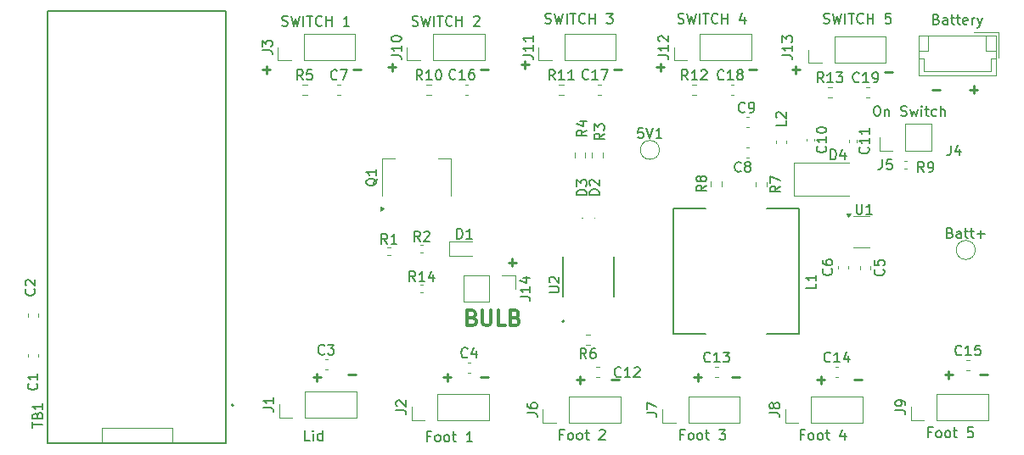
<source format=gbr>
%TF.GenerationSoftware,KiCad,Pcbnew,8.0.7*%
%TF.CreationDate,2024-12-28T13:40:39+03:00*%
%TF.ProjectId,FiveSwitch,46697665-5377-4697-9463-682e6b696361,rev?*%
%TF.SameCoordinates,Original*%
%TF.FileFunction,Legend,Top*%
%TF.FilePolarity,Positive*%
%FSLAX46Y46*%
G04 Gerber Fmt 4.6, Leading zero omitted, Abs format (unit mm)*
G04 Created by KiCad (PCBNEW 8.0.7) date 2024-12-28 13:40:39*
%MOMM*%
%LPD*%
G01*
G04 APERTURE LIST*
%ADD10C,0.250000*%
%ADD11C,0.200000*%
%ADD12C,0.300000*%
%ADD13C,0.150000*%
%ADD14C,0.120000*%
%ADD15C,0.127000*%
%ADD16C,0.100000*%
G04 APERTURE END LIST*
D10*
X145152568Y-57983666D02*
X145914473Y-57983666D01*
X158152568Y-88983666D02*
X158914473Y-88983666D01*
X132402568Y-57983666D02*
X133164473Y-57983666D01*
X190152568Y-59983666D02*
X190914473Y-59983666D01*
D11*
X179322054Y-53319600D02*
X179464911Y-53367219D01*
X179464911Y-53367219D02*
X179703006Y-53367219D01*
X179703006Y-53367219D02*
X179798244Y-53319600D01*
X179798244Y-53319600D02*
X179845863Y-53271980D01*
X179845863Y-53271980D02*
X179893482Y-53176742D01*
X179893482Y-53176742D02*
X179893482Y-53081504D01*
X179893482Y-53081504D02*
X179845863Y-52986266D01*
X179845863Y-52986266D02*
X179798244Y-52938647D01*
X179798244Y-52938647D02*
X179703006Y-52891028D01*
X179703006Y-52891028D02*
X179512530Y-52843409D01*
X179512530Y-52843409D02*
X179417292Y-52795790D01*
X179417292Y-52795790D02*
X179369673Y-52748171D01*
X179369673Y-52748171D02*
X179322054Y-52652933D01*
X179322054Y-52652933D02*
X179322054Y-52557695D01*
X179322054Y-52557695D02*
X179369673Y-52462457D01*
X179369673Y-52462457D02*
X179417292Y-52414838D01*
X179417292Y-52414838D02*
X179512530Y-52367219D01*
X179512530Y-52367219D02*
X179750625Y-52367219D01*
X179750625Y-52367219D02*
X179893482Y-52414838D01*
X180226816Y-52367219D02*
X180464911Y-53367219D01*
X180464911Y-53367219D02*
X180655387Y-52652933D01*
X180655387Y-52652933D02*
X180845863Y-53367219D01*
X180845863Y-53367219D02*
X181083959Y-52367219D01*
X181464911Y-53367219D02*
X181464911Y-52367219D01*
X181798244Y-52367219D02*
X182369672Y-52367219D01*
X182083958Y-53367219D02*
X182083958Y-52367219D01*
X183274434Y-53271980D02*
X183226815Y-53319600D01*
X183226815Y-53319600D02*
X183083958Y-53367219D01*
X183083958Y-53367219D02*
X182988720Y-53367219D01*
X182988720Y-53367219D02*
X182845863Y-53319600D01*
X182845863Y-53319600D02*
X182750625Y-53224361D01*
X182750625Y-53224361D02*
X182703006Y-53129123D01*
X182703006Y-53129123D02*
X182655387Y-52938647D01*
X182655387Y-52938647D02*
X182655387Y-52795790D01*
X182655387Y-52795790D02*
X182703006Y-52605314D01*
X182703006Y-52605314D02*
X182750625Y-52510076D01*
X182750625Y-52510076D02*
X182845863Y-52414838D01*
X182845863Y-52414838D02*
X182988720Y-52367219D01*
X182988720Y-52367219D02*
X183083958Y-52367219D01*
X183083958Y-52367219D02*
X183226815Y-52414838D01*
X183226815Y-52414838D02*
X183274434Y-52462457D01*
X183703006Y-53367219D02*
X183703006Y-52367219D01*
X183703006Y-52843409D02*
X184274434Y-52843409D01*
X184274434Y-53367219D02*
X184274434Y-52367219D01*
X185988720Y-52367219D02*
X185512530Y-52367219D01*
X185512530Y-52367219D02*
X185464911Y-52843409D01*
X185464911Y-52843409D02*
X185512530Y-52795790D01*
X185512530Y-52795790D02*
X185607768Y-52748171D01*
X185607768Y-52748171D02*
X185845863Y-52748171D01*
X185845863Y-52748171D02*
X185941101Y-52795790D01*
X185941101Y-52795790D02*
X185988720Y-52843409D01*
X185988720Y-52843409D02*
X186036339Y-52938647D01*
X186036339Y-52938647D02*
X186036339Y-53176742D01*
X186036339Y-53176742D02*
X185988720Y-53271980D01*
X185988720Y-53271980D02*
X185941101Y-53319600D01*
X185941101Y-53319600D02*
X185845863Y-53367219D01*
X185845863Y-53367219D02*
X185607768Y-53367219D01*
X185607768Y-53367219D02*
X185512530Y-53319600D01*
X185512530Y-53319600D02*
X185464911Y-53271980D01*
D10*
X166402568Y-88733666D02*
X167164473Y-88733666D01*
X166783520Y-89114619D02*
X166783520Y-88352714D01*
X158402568Y-57983666D02*
X159164473Y-57983666D01*
X193902568Y-59983666D02*
X194664473Y-59983666D01*
X194283520Y-60364619D02*
X194283520Y-59602714D01*
D12*
X144304510Y-82765114D02*
X144518796Y-82836542D01*
X144518796Y-82836542D02*
X144590225Y-82907971D01*
X144590225Y-82907971D02*
X144661653Y-83050828D01*
X144661653Y-83050828D02*
X144661653Y-83265114D01*
X144661653Y-83265114D02*
X144590225Y-83407971D01*
X144590225Y-83407971D02*
X144518796Y-83479400D01*
X144518796Y-83479400D02*
X144375939Y-83550828D01*
X144375939Y-83550828D02*
X143804510Y-83550828D01*
X143804510Y-83550828D02*
X143804510Y-82050828D01*
X143804510Y-82050828D02*
X144304510Y-82050828D01*
X144304510Y-82050828D02*
X144447368Y-82122257D01*
X144447368Y-82122257D02*
X144518796Y-82193685D01*
X144518796Y-82193685D02*
X144590225Y-82336542D01*
X144590225Y-82336542D02*
X144590225Y-82479400D01*
X144590225Y-82479400D02*
X144518796Y-82622257D01*
X144518796Y-82622257D02*
X144447368Y-82693685D01*
X144447368Y-82693685D02*
X144304510Y-82765114D01*
X144304510Y-82765114D02*
X143804510Y-82765114D01*
X145304510Y-82050828D02*
X145304510Y-83265114D01*
X145304510Y-83265114D02*
X145375939Y-83407971D01*
X145375939Y-83407971D02*
X145447368Y-83479400D01*
X145447368Y-83479400D02*
X145590225Y-83550828D01*
X145590225Y-83550828D02*
X145875939Y-83550828D01*
X145875939Y-83550828D02*
X146018796Y-83479400D01*
X146018796Y-83479400D02*
X146090225Y-83407971D01*
X146090225Y-83407971D02*
X146161653Y-83265114D01*
X146161653Y-83265114D02*
X146161653Y-82050828D01*
X147590225Y-83550828D02*
X146875939Y-83550828D01*
X146875939Y-83550828D02*
X146875939Y-82050828D01*
X148590225Y-82765114D02*
X148804511Y-82836542D01*
X148804511Y-82836542D02*
X148875940Y-82907971D01*
X148875940Y-82907971D02*
X148947368Y-83050828D01*
X148947368Y-83050828D02*
X148947368Y-83265114D01*
X148947368Y-83265114D02*
X148875940Y-83407971D01*
X148875940Y-83407971D02*
X148804511Y-83479400D01*
X148804511Y-83479400D02*
X148661654Y-83550828D01*
X148661654Y-83550828D02*
X148090225Y-83550828D01*
X148090225Y-83550828D02*
X148090225Y-82050828D01*
X148090225Y-82050828D02*
X148590225Y-82050828D01*
X148590225Y-82050828D02*
X148733083Y-82122257D01*
X148733083Y-82122257D02*
X148804511Y-82193685D01*
X148804511Y-82193685D02*
X148875940Y-82336542D01*
X148875940Y-82336542D02*
X148875940Y-82479400D01*
X148875940Y-82479400D02*
X148804511Y-82622257D01*
X148804511Y-82622257D02*
X148733083Y-82693685D01*
X148733083Y-82693685D02*
X148590225Y-82765114D01*
X148590225Y-82765114D02*
X148090225Y-82765114D01*
D10*
X194902568Y-88483666D02*
X195664473Y-88483666D01*
D11*
X184560149Y-61617219D02*
X184750625Y-61617219D01*
X184750625Y-61617219D02*
X184845863Y-61664838D01*
X184845863Y-61664838D02*
X184941101Y-61760076D01*
X184941101Y-61760076D02*
X184988720Y-61950552D01*
X184988720Y-61950552D02*
X184988720Y-62283885D01*
X184988720Y-62283885D02*
X184941101Y-62474361D01*
X184941101Y-62474361D02*
X184845863Y-62569600D01*
X184845863Y-62569600D02*
X184750625Y-62617219D01*
X184750625Y-62617219D02*
X184560149Y-62617219D01*
X184560149Y-62617219D02*
X184464911Y-62569600D01*
X184464911Y-62569600D02*
X184369673Y-62474361D01*
X184369673Y-62474361D02*
X184322054Y-62283885D01*
X184322054Y-62283885D02*
X184322054Y-61950552D01*
X184322054Y-61950552D02*
X184369673Y-61760076D01*
X184369673Y-61760076D02*
X184464911Y-61664838D01*
X184464911Y-61664838D02*
X184560149Y-61617219D01*
X185417292Y-61950552D02*
X185417292Y-62617219D01*
X185417292Y-62045790D02*
X185464911Y-61998171D01*
X185464911Y-61998171D02*
X185560149Y-61950552D01*
X185560149Y-61950552D02*
X185703006Y-61950552D01*
X185703006Y-61950552D02*
X185798244Y-61998171D01*
X185798244Y-61998171D02*
X185845863Y-62093409D01*
X185845863Y-62093409D02*
X185845863Y-62617219D01*
X187036340Y-62569600D02*
X187179197Y-62617219D01*
X187179197Y-62617219D02*
X187417292Y-62617219D01*
X187417292Y-62617219D02*
X187512530Y-62569600D01*
X187512530Y-62569600D02*
X187560149Y-62521980D01*
X187560149Y-62521980D02*
X187607768Y-62426742D01*
X187607768Y-62426742D02*
X187607768Y-62331504D01*
X187607768Y-62331504D02*
X187560149Y-62236266D01*
X187560149Y-62236266D02*
X187512530Y-62188647D01*
X187512530Y-62188647D02*
X187417292Y-62141028D01*
X187417292Y-62141028D02*
X187226816Y-62093409D01*
X187226816Y-62093409D02*
X187131578Y-62045790D01*
X187131578Y-62045790D02*
X187083959Y-61998171D01*
X187083959Y-61998171D02*
X187036340Y-61902933D01*
X187036340Y-61902933D02*
X187036340Y-61807695D01*
X187036340Y-61807695D02*
X187083959Y-61712457D01*
X187083959Y-61712457D02*
X187131578Y-61664838D01*
X187131578Y-61664838D02*
X187226816Y-61617219D01*
X187226816Y-61617219D02*
X187464911Y-61617219D01*
X187464911Y-61617219D02*
X187607768Y-61664838D01*
X187941102Y-61950552D02*
X188131578Y-62617219D01*
X188131578Y-62617219D02*
X188322054Y-62141028D01*
X188322054Y-62141028D02*
X188512530Y-62617219D01*
X188512530Y-62617219D02*
X188703006Y-61950552D01*
X189083959Y-62617219D02*
X189083959Y-61950552D01*
X189083959Y-61617219D02*
X189036340Y-61664838D01*
X189036340Y-61664838D02*
X189083959Y-61712457D01*
X189083959Y-61712457D02*
X189131578Y-61664838D01*
X189131578Y-61664838D02*
X189083959Y-61617219D01*
X189083959Y-61617219D02*
X189083959Y-61712457D01*
X189417292Y-61950552D02*
X189798244Y-61950552D01*
X189560149Y-61617219D02*
X189560149Y-62474361D01*
X189560149Y-62474361D02*
X189607768Y-62569600D01*
X189607768Y-62569600D02*
X189703006Y-62617219D01*
X189703006Y-62617219D02*
X189798244Y-62617219D01*
X190560149Y-62569600D02*
X190464911Y-62617219D01*
X190464911Y-62617219D02*
X190274435Y-62617219D01*
X190274435Y-62617219D02*
X190179197Y-62569600D01*
X190179197Y-62569600D02*
X190131578Y-62521980D01*
X190131578Y-62521980D02*
X190083959Y-62426742D01*
X190083959Y-62426742D02*
X190083959Y-62141028D01*
X190083959Y-62141028D02*
X190131578Y-62045790D01*
X190131578Y-62045790D02*
X190179197Y-61998171D01*
X190179197Y-61998171D02*
X190274435Y-61950552D01*
X190274435Y-61950552D02*
X190464911Y-61950552D01*
X190464911Y-61950552D02*
X190560149Y-61998171D01*
X190988721Y-62617219D02*
X190988721Y-61617219D01*
X191417292Y-62617219D02*
X191417292Y-62093409D01*
X191417292Y-62093409D02*
X191369673Y-61998171D01*
X191369673Y-61998171D02*
X191274435Y-61950552D01*
X191274435Y-61950552D02*
X191131578Y-61950552D01*
X191131578Y-61950552D02*
X191036340Y-61998171D01*
X191036340Y-61998171D02*
X190988721Y-62045790D01*
D10*
X131902568Y-88483666D02*
X132664473Y-88483666D01*
X162652568Y-57733666D02*
X163414473Y-57733666D01*
X163033520Y-58114619D02*
X163033520Y-57352714D01*
X128402568Y-88733666D02*
X129164473Y-88733666D01*
X128783520Y-89114619D02*
X128783520Y-88352714D01*
D11*
X138322054Y-53569600D02*
X138464911Y-53617219D01*
X138464911Y-53617219D02*
X138703006Y-53617219D01*
X138703006Y-53617219D02*
X138798244Y-53569600D01*
X138798244Y-53569600D02*
X138845863Y-53521980D01*
X138845863Y-53521980D02*
X138893482Y-53426742D01*
X138893482Y-53426742D02*
X138893482Y-53331504D01*
X138893482Y-53331504D02*
X138845863Y-53236266D01*
X138845863Y-53236266D02*
X138798244Y-53188647D01*
X138798244Y-53188647D02*
X138703006Y-53141028D01*
X138703006Y-53141028D02*
X138512530Y-53093409D01*
X138512530Y-53093409D02*
X138417292Y-53045790D01*
X138417292Y-53045790D02*
X138369673Y-52998171D01*
X138369673Y-52998171D02*
X138322054Y-52902933D01*
X138322054Y-52902933D02*
X138322054Y-52807695D01*
X138322054Y-52807695D02*
X138369673Y-52712457D01*
X138369673Y-52712457D02*
X138417292Y-52664838D01*
X138417292Y-52664838D02*
X138512530Y-52617219D01*
X138512530Y-52617219D02*
X138750625Y-52617219D01*
X138750625Y-52617219D02*
X138893482Y-52664838D01*
X139226816Y-52617219D02*
X139464911Y-53617219D01*
X139464911Y-53617219D02*
X139655387Y-52902933D01*
X139655387Y-52902933D02*
X139845863Y-53617219D01*
X139845863Y-53617219D02*
X140083959Y-52617219D01*
X140464911Y-53617219D02*
X140464911Y-52617219D01*
X140798244Y-52617219D02*
X141369672Y-52617219D01*
X141083958Y-53617219D02*
X141083958Y-52617219D01*
X142274434Y-53521980D02*
X142226815Y-53569600D01*
X142226815Y-53569600D02*
X142083958Y-53617219D01*
X142083958Y-53617219D02*
X141988720Y-53617219D01*
X141988720Y-53617219D02*
X141845863Y-53569600D01*
X141845863Y-53569600D02*
X141750625Y-53474361D01*
X141750625Y-53474361D02*
X141703006Y-53379123D01*
X141703006Y-53379123D02*
X141655387Y-53188647D01*
X141655387Y-53188647D02*
X141655387Y-53045790D01*
X141655387Y-53045790D02*
X141703006Y-52855314D01*
X141703006Y-52855314D02*
X141750625Y-52760076D01*
X141750625Y-52760076D02*
X141845863Y-52664838D01*
X141845863Y-52664838D02*
X141988720Y-52617219D01*
X141988720Y-52617219D02*
X142083958Y-52617219D01*
X142083958Y-52617219D02*
X142226815Y-52664838D01*
X142226815Y-52664838D02*
X142274434Y-52712457D01*
X142703006Y-53617219D02*
X142703006Y-52617219D01*
X142703006Y-53093409D02*
X143274434Y-53093409D01*
X143274434Y-53617219D02*
X143274434Y-52617219D01*
X144464911Y-52712457D02*
X144512530Y-52664838D01*
X144512530Y-52664838D02*
X144607768Y-52617219D01*
X144607768Y-52617219D02*
X144845863Y-52617219D01*
X144845863Y-52617219D02*
X144941101Y-52664838D01*
X144941101Y-52664838D02*
X144988720Y-52712457D01*
X144988720Y-52712457D02*
X145036339Y-52807695D01*
X145036339Y-52807695D02*
X145036339Y-52902933D01*
X145036339Y-52902933D02*
X144988720Y-53045790D01*
X144988720Y-53045790D02*
X144417292Y-53617219D01*
X144417292Y-53617219D02*
X145036339Y-53617219D01*
X125322054Y-53569600D02*
X125464911Y-53617219D01*
X125464911Y-53617219D02*
X125703006Y-53617219D01*
X125703006Y-53617219D02*
X125798244Y-53569600D01*
X125798244Y-53569600D02*
X125845863Y-53521980D01*
X125845863Y-53521980D02*
X125893482Y-53426742D01*
X125893482Y-53426742D02*
X125893482Y-53331504D01*
X125893482Y-53331504D02*
X125845863Y-53236266D01*
X125845863Y-53236266D02*
X125798244Y-53188647D01*
X125798244Y-53188647D02*
X125703006Y-53141028D01*
X125703006Y-53141028D02*
X125512530Y-53093409D01*
X125512530Y-53093409D02*
X125417292Y-53045790D01*
X125417292Y-53045790D02*
X125369673Y-52998171D01*
X125369673Y-52998171D02*
X125322054Y-52902933D01*
X125322054Y-52902933D02*
X125322054Y-52807695D01*
X125322054Y-52807695D02*
X125369673Y-52712457D01*
X125369673Y-52712457D02*
X125417292Y-52664838D01*
X125417292Y-52664838D02*
X125512530Y-52617219D01*
X125512530Y-52617219D02*
X125750625Y-52617219D01*
X125750625Y-52617219D02*
X125893482Y-52664838D01*
X126226816Y-52617219D02*
X126464911Y-53617219D01*
X126464911Y-53617219D02*
X126655387Y-52902933D01*
X126655387Y-52902933D02*
X126845863Y-53617219D01*
X126845863Y-53617219D02*
X127083959Y-52617219D01*
X127464911Y-53617219D02*
X127464911Y-52617219D01*
X127798244Y-52617219D02*
X128369672Y-52617219D01*
X128083958Y-53617219D02*
X128083958Y-52617219D01*
X129274434Y-53521980D02*
X129226815Y-53569600D01*
X129226815Y-53569600D02*
X129083958Y-53617219D01*
X129083958Y-53617219D02*
X128988720Y-53617219D01*
X128988720Y-53617219D02*
X128845863Y-53569600D01*
X128845863Y-53569600D02*
X128750625Y-53474361D01*
X128750625Y-53474361D02*
X128703006Y-53379123D01*
X128703006Y-53379123D02*
X128655387Y-53188647D01*
X128655387Y-53188647D02*
X128655387Y-53045790D01*
X128655387Y-53045790D02*
X128703006Y-52855314D01*
X128703006Y-52855314D02*
X128750625Y-52760076D01*
X128750625Y-52760076D02*
X128845863Y-52664838D01*
X128845863Y-52664838D02*
X128988720Y-52617219D01*
X128988720Y-52617219D02*
X129083958Y-52617219D01*
X129083958Y-52617219D02*
X129226815Y-52664838D01*
X129226815Y-52664838D02*
X129274434Y-52712457D01*
X129703006Y-53617219D02*
X129703006Y-52617219D01*
X129703006Y-53093409D02*
X130274434Y-53093409D01*
X130274434Y-53617219D02*
X130274434Y-52617219D01*
X132036339Y-53617219D02*
X131464911Y-53617219D01*
X131750625Y-53617219D02*
X131750625Y-52617219D01*
X131750625Y-52617219D02*
X131655387Y-52760076D01*
X131655387Y-52760076D02*
X131560149Y-52855314D01*
X131560149Y-52855314D02*
X131464911Y-52902933D01*
X151572054Y-53319600D02*
X151714911Y-53367219D01*
X151714911Y-53367219D02*
X151953006Y-53367219D01*
X151953006Y-53367219D02*
X152048244Y-53319600D01*
X152048244Y-53319600D02*
X152095863Y-53271980D01*
X152095863Y-53271980D02*
X152143482Y-53176742D01*
X152143482Y-53176742D02*
X152143482Y-53081504D01*
X152143482Y-53081504D02*
X152095863Y-52986266D01*
X152095863Y-52986266D02*
X152048244Y-52938647D01*
X152048244Y-52938647D02*
X151953006Y-52891028D01*
X151953006Y-52891028D02*
X151762530Y-52843409D01*
X151762530Y-52843409D02*
X151667292Y-52795790D01*
X151667292Y-52795790D02*
X151619673Y-52748171D01*
X151619673Y-52748171D02*
X151572054Y-52652933D01*
X151572054Y-52652933D02*
X151572054Y-52557695D01*
X151572054Y-52557695D02*
X151619673Y-52462457D01*
X151619673Y-52462457D02*
X151667292Y-52414838D01*
X151667292Y-52414838D02*
X151762530Y-52367219D01*
X151762530Y-52367219D02*
X152000625Y-52367219D01*
X152000625Y-52367219D02*
X152143482Y-52414838D01*
X152476816Y-52367219D02*
X152714911Y-53367219D01*
X152714911Y-53367219D02*
X152905387Y-52652933D01*
X152905387Y-52652933D02*
X153095863Y-53367219D01*
X153095863Y-53367219D02*
X153333959Y-52367219D01*
X153714911Y-53367219D02*
X153714911Y-52367219D01*
X154048244Y-52367219D02*
X154619672Y-52367219D01*
X154333958Y-53367219D02*
X154333958Y-52367219D01*
X155524434Y-53271980D02*
X155476815Y-53319600D01*
X155476815Y-53319600D02*
X155333958Y-53367219D01*
X155333958Y-53367219D02*
X155238720Y-53367219D01*
X155238720Y-53367219D02*
X155095863Y-53319600D01*
X155095863Y-53319600D02*
X155000625Y-53224361D01*
X155000625Y-53224361D02*
X154953006Y-53129123D01*
X154953006Y-53129123D02*
X154905387Y-52938647D01*
X154905387Y-52938647D02*
X154905387Y-52795790D01*
X154905387Y-52795790D02*
X154953006Y-52605314D01*
X154953006Y-52605314D02*
X155000625Y-52510076D01*
X155000625Y-52510076D02*
X155095863Y-52414838D01*
X155095863Y-52414838D02*
X155238720Y-52367219D01*
X155238720Y-52367219D02*
X155333958Y-52367219D01*
X155333958Y-52367219D02*
X155476815Y-52414838D01*
X155476815Y-52414838D02*
X155524434Y-52462457D01*
X155953006Y-53367219D02*
X155953006Y-52367219D01*
X155953006Y-52843409D02*
X156524434Y-52843409D01*
X156524434Y-53367219D02*
X156524434Y-52367219D01*
X157667292Y-52367219D02*
X158286339Y-52367219D01*
X158286339Y-52367219D02*
X157953006Y-52748171D01*
X157953006Y-52748171D02*
X158095863Y-52748171D01*
X158095863Y-52748171D02*
X158191101Y-52795790D01*
X158191101Y-52795790D02*
X158238720Y-52843409D01*
X158238720Y-52843409D02*
X158286339Y-52938647D01*
X158286339Y-52938647D02*
X158286339Y-53176742D01*
X158286339Y-53176742D02*
X158238720Y-53271980D01*
X158238720Y-53271980D02*
X158191101Y-53319600D01*
X158191101Y-53319600D02*
X158095863Y-53367219D01*
X158095863Y-53367219D02*
X157810149Y-53367219D01*
X157810149Y-53367219D02*
X157714911Y-53319600D01*
X157714911Y-53319600D02*
X157667292Y-53271980D01*
D10*
X191402568Y-88483666D02*
X192164473Y-88483666D01*
X191783520Y-88864619D02*
X191783520Y-88102714D01*
X123402568Y-57983666D02*
X124164473Y-57983666D01*
X123783520Y-58364619D02*
X123783520Y-57602714D01*
X171902568Y-57983666D02*
X172664473Y-57983666D01*
X154652568Y-88983666D02*
X155414473Y-88983666D01*
X155033520Y-89364619D02*
X155033520Y-88602714D01*
X147902568Y-77233666D02*
X148664473Y-77233666D01*
X148283520Y-77614619D02*
X148283520Y-76852714D01*
X178652568Y-88983666D02*
X179414473Y-88983666D01*
X179033520Y-89364619D02*
X179033520Y-88602714D01*
X149152568Y-57483666D02*
X149914473Y-57483666D01*
X149533520Y-57864619D02*
X149533520Y-57102714D01*
X145152568Y-88733666D02*
X145914473Y-88733666D01*
X170152568Y-88733666D02*
X170914473Y-88733666D01*
X185402568Y-58233666D02*
X186164473Y-58233666D01*
D11*
X164822054Y-53319600D02*
X164964911Y-53367219D01*
X164964911Y-53367219D02*
X165203006Y-53367219D01*
X165203006Y-53367219D02*
X165298244Y-53319600D01*
X165298244Y-53319600D02*
X165345863Y-53271980D01*
X165345863Y-53271980D02*
X165393482Y-53176742D01*
X165393482Y-53176742D02*
X165393482Y-53081504D01*
X165393482Y-53081504D02*
X165345863Y-52986266D01*
X165345863Y-52986266D02*
X165298244Y-52938647D01*
X165298244Y-52938647D02*
X165203006Y-52891028D01*
X165203006Y-52891028D02*
X165012530Y-52843409D01*
X165012530Y-52843409D02*
X164917292Y-52795790D01*
X164917292Y-52795790D02*
X164869673Y-52748171D01*
X164869673Y-52748171D02*
X164822054Y-52652933D01*
X164822054Y-52652933D02*
X164822054Y-52557695D01*
X164822054Y-52557695D02*
X164869673Y-52462457D01*
X164869673Y-52462457D02*
X164917292Y-52414838D01*
X164917292Y-52414838D02*
X165012530Y-52367219D01*
X165012530Y-52367219D02*
X165250625Y-52367219D01*
X165250625Y-52367219D02*
X165393482Y-52414838D01*
X165726816Y-52367219D02*
X165964911Y-53367219D01*
X165964911Y-53367219D02*
X166155387Y-52652933D01*
X166155387Y-52652933D02*
X166345863Y-53367219D01*
X166345863Y-53367219D02*
X166583959Y-52367219D01*
X166964911Y-53367219D02*
X166964911Y-52367219D01*
X167298244Y-52367219D02*
X167869672Y-52367219D01*
X167583958Y-53367219D02*
X167583958Y-52367219D01*
X168774434Y-53271980D02*
X168726815Y-53319600D01*
X168726815Y-53319600D02*
X168583958Y-53367219D01*
X168583958Y-53367219D02*
X168488720Y-53367219D01*
X168488720Y-53367219D02*
X168345863Y-53319600D01*
X168345863Y-53319600D02*
X168250625Y-53224361D01*
X168250625Y-53224361D02*
X168203006Y-53129123D01*
X168203006Y-53129123D02*
X168155387Y-52938647D01*
X168155387Y-52938647D02*
X168155387Y-52795790D01*
X168155387Y-52795790D02*
X168203006Y-52605314D01*
X168203006Y-52605314D02*
X168250625Y-52510076D01*
X168250625Y-52510076D02*
X168345863Y-52414838D01*
X168345863Y-52414838D02*
X168488720Y-52367219D01*
X168488720Y-52367219D02*
X168583958Y-52367219D01*
X168583958Y-52367219D02*
X168726815Y-52414838D01*
X168726815Y-52414838D02*
X168774434Y-52462457D01*
X169203006Y-53367219D02*
X169203006Y-52367219D01*
X169203006Y-52843409D02*
X169774434Y-52843409D01*
X169774434Y-53367219D02*
X169774434Y-52367219D01*
X171441101Y-52700552D02*
X171441101Y-53367219D01*
X171203006Y-52319600D02*
X170964911Y-53033885D01*
X170964911Y-53033885D02*
X171583958Y-53033885D01*
D10*
X141402568Y-88733666D02*
X142164473Y-88733666D01*
X141783520Y-89114619D02*
X141783520Y-88352714D01*
X182402568Y-88983666D02*
X183164473Y-88983666D01*
X176152568Y-57983666D02*
X176914473Y-57983666D01*
X176533520Y-58364619D02*
X176533520Y-57602714D01*
X135902568Y-57733666D02*
X136664473Y-57733666D01*
X136283520Y-58114619D02*
X136283520Y-57352714D01*
D13*
X149334819Y-56534523D02*
X150049104Y-56534523D01*
X150049104Y-56534523D02*
X150191961Y-56582142D01*
X150191961Y-56582142D02*
X150287200Y-56677380D01*
X150287200Y-56677380D02*
X150334819Y-56820237D01*
X150334819Y-56820237D02*
X150334819Y-56915475D01*
X150334819Y-55534523D02*
X150334819Y-56105951D01*
X150334819Y-55820237D02*
X149334819Y-55820237D01*
X149334819Y-55820237D02*
X149477676Y-55915475D01*
X149477676Y-55915475D02*
X149572914Y-56010713D01*
X149572914Y-56010713D02*
X149620533Y-56105951D01*
X150334819Y-54582142D02*
X150334819Y-55153570D01*
X150334819Y-54867856D02*
X149334819Y-54867856D01*
X149334819Y-54867856D02*
X149477676Y-54963094D01*
X149477676Y-54963094D02*
X149572914Y-55058332D01*
X149572914Y-55058332D02*
X149620533Y-55153570D01*
X167637319Y-69541666D02*
X167161128Y-69874999D01*
X167637319Y-70113094D02*
X166637319Y-70113094D01*
X166637319Y-70113094D02*
X166637319Y-69732142D01*
X166637319Y-69732142D02*
X166684938Y-69636904D01*
X166684938Y-69636904D02*
X166732557Y-69589285D01*
X166732557Y-69589285D02*
X166827795Y-69541666D01*
X166827795Y-69541666D02*
X166970652Y-69541666D01*
X166970652Y-69541666D02*
X167065890Y-69589285D01*
X167065890Y-69589285D02*
X167113509Y-69636904D01*
X167113509Y-69636904D02*
X167161128Y-69732142D01*
X167161128Y-69732142D02*
X167161128Y-70113094D01*
X167065890Y-68970237D02*
X167018271Y-69065475D01*
X167018271Y-69065475D02*
X166970652Y-69113094D01*
X166970652Y-69113094D02*
X166875414Y-69160713D01*
X166875414Y-69160713D02*
X166827795Y-69160713D01*
X166827795Y-69160713D02*
X166732557Y-69113094D01*
X166732557Y-69113094D02*
X166684938Y-69065475D01*
X166684938Y-69065475D02*
X166637319Y-68970237D01*
X166637319Y-68970237D02*
X166637319Y-68779761D01*
X166637319Y-68779761D02*
X166684938Y-68684523D01*
X166684938Y-68684523D02*
X166732557Y-68636904D01*
X166732557Y-68636904D02*
X166827795Y-68589285D01*
X166827795Y-68589285D02*
X166875414Y-68589285D01*
X166875414Y-68589285D02*
X166970652Y-68636904D01*
X166970652Y-68636904D02*
X167018271Y-68684523D01*
X167018271Y-68684523D02*
X167065890Y-68779761D01*
X167065890Y-68779761D02*
X167065890Y-68970237D01*
X167065890Y-68970237D02*
X167113509Y-69065475D01*
X167113509Y-69065475D02*
X167161128Y-69113094D01*
X167161128Y-69113094D02*
X167256366Y-69160713D01*
X167256366Y-69160713D02*
X167446842Y-69160713D01*
X167446842Y-69160713D02*
X167542080Y-69113094D01*
X167542080Y-69113094D02*
X167589700Y-69065475D01*
X167589700Y-69065475D02*
X167637319Y-68970237D01*
X167637319Y-68970237D02*
X167637319Y-68779761D01*
X167637319Y-68779761D02*
X167589700Y-68684523D01*
X167589700Y-68684523D02*
X167542080Y-68636904D01*
X167542080Y-68636904D02*
X167446842Y-68589285D01*
X167446842Y-68589285D02*
X167256366Y-68589285D01*
X167256366Y-68589285D02*
X167161128Y-68636904D01*
X167161128Y-68636904D02*
X167113509Y-68684523D01*
X167113509Y-68684523D02*
X167065890Y-68779761D01*
X100859580Y-89346666D02*
X100907200Y-89394285D01*
X100907200Y-89394285D02*
X100954819Y-89537142D01*
X100954819Y-89537142D02*
X100954819Y-89632380D01*
X100954819Y-89632380D02*
X100907200Y-89775237D01*
X100907200Y-89775237D02*
X100811961Y-89870475D01*
X100811961Y-89870475D02*
X100716723Y-89918094D01*
X100716723Y-89918094D02*
X100526247Y-89965713D01*
X100526247Y-89965713D02*
X100383390Y-89965713D01*
X100383390Y-89965713D02*
X100192914Y-89918094D01*
X100192914Y-89918094D02*
X100097676Y-89870475D01*
X100097676Y-89870475D02*
X100002438Y-89775237D01*
X100002438Y-89775237D02*
X99954819Y-89632380D01*
X99954819Y-89632380D02*
X99954819Y-89537142D01*
X99954819Y-89537142D02*
X100002438Y-89394285D01*
X100002438Y-89394285D02*
X100050057Y-89346666D01*
X100954819Y-88394285D02*
X100954819Y-88965713D01*
X100954819Y-88679999D02*
X99954819Y-88679999D01*
X99954819Y-88679999D02*
X100097676Y-88775237D01*
X100097676Y-88775237D02*
X100192914Y-88870475D01*
X100192914Y-88870475D02*
X100240533Y-88965713D01*
X161685521Y-92269170D02*
X162399806Y-92269170D01*
X162399806Y-92269170D02*
X162542663Y-92316789D01*
X162542663Y-92316789D02*
X162637902Y-92412027D01*
X162637902Y-92412027D02*
X162685521Y-92554884D01*
X162685521Y-92554884D02*
X162685521Y-92650122D01*
X161685521Y-91888217D02*
X161685521Y-91221551D01*
X161685521Y-91221551D02*
X162685521Y-91650122D01*
D11*
X165345237Y-94428409D02*
X165011904Y-94428409D01*
X165011904Y-94952219D02*
X165011904Y-93952219D01*
X165011904Y-93952219D02*
X165488094Y-93952219D01*
X166011904Y-94952219D02*
X165916666Y-94904600D01*
X165916666Y-94904600D02*
X165869047Y-94856980D01*
X165869047Y-94856980D02*
X165821428Y-94761742D01*
X165821428Y-94761742D02*
X165821428Y-94476028D01*
X165821428Y-94476028D02*
X165869047Y-94380790D01*
X165869047Y-94380790D02*
X165916666Y-94333171D01*
X165916666Y-94333171D02*
X166011904Y-94285552D01*
X166011904Y-94285552D02*
X166154761Y-94285552D01*
X166154761Y-94285552D02*
X166249999Y-94333171D01*
X166249999Y-94333171D02*
X166297618Y-94380790D01*
X166297618Y-94380790D02*
X166345237Y-94476028D01*
X166345237Y-94476028D02*
X166345237Y-94761742D01*
X166345237Y-94761742D02*
X166297618Y-94856980D01*
X166297618Y-94856980D02*
X166249999Y-94904600D01*
X166249999Y-94904600D02*
X166154761Y-94952219D01*
X166154761Y-94952219D02*
X166011904Y-94952219D01*
X166916666Y-94952219D02*
X166821428Y-94904600D01*
X166821428Y-94904600D02*
X166773809Y-94856980D01*
X166773809Y-94856980D02*
X166726190Y-94761742D01*
X166726190Y-94761742D02*
X166726190Y-94476028D01*
X166726190Y-94476028D02*
X166773809Y-94380790D01*
X166773809Y-94380790D02*
X166821428Y-94333171D01*
X166821428Y-94333171D02*
X166916666Y-94285552D01*
X166916666Y-94285552D02*
X167059523Y-94285552D01*
X167059523Y-94285552D02*
X167154761Y-94333171D01*
X167154761Y-94333171D02*
X167202380Y-94380790D01*
X167202380Y-94380790D02*
X167249999Y-94476028D01*
X167249999Y-94476028D02*
X167249999Y-94761742D01*
X167249999Y-94761742D02*
X167202380Y-94856980D01*
X167202380Y-94856980D02*
X167154761Y-94904600D01*
X167154761Y-94904600D02*
X167059523Y-94952219D01*
X167059523Y-94952219D02*
X166916666Y-94952219D01*
X167535714Y-94285552D02*
X167916666Y-94285552D01*
X167678571Y-93952219D02*
X167678571Y-94809361D01*
X167678571Y-94809361D02*
X167726190Y-94904600D01*
X167726190Y-94904600D02*
X167821428Y-94952219D01*
X167821428Y-94952219D02*
X167916666Y-94952219D01*
X168916667Y-93952219D02*
X169535714Y-93952219D01*
X169535714Y-93952219D02*
X169202381Y-94333171D01*
X169202381Y-94333171D02*
X169345238Y-94333171D01*
X169345238Y-94333171D02*
X169440476Y-94380790D01*
X169440476Y-94380790D02*
X169488095Y-94428409D01*
X169488095Y-94428409D02*
X169535714Y-94523647D01*
X169535714Y-94523647D02*
X169535714Y-94761742D01*
X169535714Y-94761742D02*
X169488095Y-94856980D01*
X169488095Y-94856980D02*
X169440476Y-94904600D01*
X169440476Y-94904600D02*
X169345238Y-94952219D01*
X169345238Y-94952219D02*
X169059524Y-94952219D01*
X169059524Y-94952219D02*
X168964286Y-94904600D01*
X168964286Y-94904600D02*
X168916667Y-94856980D01*
D13*
X136685521Y-92019170D02*
X137399806Y-92019170D01*
X137399806Y-92019170D02*
X137542663Y-92066789D01*
X137542663Y-92066789D02*
X137637902Y-92162027D01*
X137637902Y-92162027D02*
X137685521Y-92304884D01*
X137685521Y-92304884D02*
X137685521Y-92400122D01*
X136780759Y-91590598D02*
X136733140Y-91542979D01*
X136733140Y-91542979D02*
X136685521Y-91447741D01*
X136685521Y-91447741D02*
X136685521Y-91209646D01*
X136685521Y-91209646D02*
X136733140Y-91114408D01*
X136733140Y-91114408D02*
X136780759Y-91066789D01*
X136780759Y-91066789D02*
X136875997Y-91019170D01*
X136875997Y-91019170D02*
X136971235Y-91019170D01*
X136971235Y-91019170D02*
X137114092Y-91066789D01*
X137114092Y-91066789D02*
X137685521Y-91638217D01*
X137685521Y-91638217D02*
X137685521Y-91019170D01*
D11*
X140106199Y-94614545D02*
X139772866Y-94614545D01*
X139772866Y-95138355D02*
X139772866Y-94138355D01*
X139772866Y-94138355D02*
X140249056Y-94138355D01*
X140772866Y-95138355D02*
X140677628Y-95090736D01*
X140677628Y-95090736D02*
X140630009Y-95043116D01*
X140630009Y-95043116D02*
X140582390Y-94947878D01*
X140582390Y-94947878D02*
X140582390Y-94662164D01*
X140582390Y-94662164D02*
X140630009Y-94566926D01*
X140630009Y-94566926D02*
X140677628Y-94519307D01*
X140677628Y-94519307D02*
X140772866Y-94471688D01*
X140772866Y-94471688D02*
X140915723Y-94471688D01*
X140915723Y-94471688D02*
X141010961Y-94519307D01*
X141010961Y-94519307D02*
X141058580Y-94566926D01*
X141058580Y-94566926D02*
X141106199Y-94662164D01*
X141106199Y-94662164D02*
X141106199Y-94947878D01*
X141106199Y-94947878D02*
X141058580Y-95043116D01*
X141058580Y-95043116D02*
X141010961Y-95090736D01*
X141010961Y-95090736D02*
X140915723Y-95138355D01*
X140915723Y-95138355D02*
X140772866Y-95138355D01*
X141677628Y-95138355D02*
X141582390Y-95090736D01*
X141582390Y-95090736D02*
X141534771Y-95043116D01*
X141534771Y-95043116D02*
X141487152Y-94947878D01*
X141487152Y-94947878D02*
X141487152Y-94662164D01*
X141487152Y-94662164D02*
X141534771Y-94566926D01*
X141534771Y-94566926D02*
X141582390Y-94519307D01*
X141582390Y-94519307D02*
X141677628Y-94471688D01*
X141677628Y-94471688D02*
X141820485Y-94471688D01*
X141820485Y-94471688D02*
X141915723Y-94519307D01*
X141915723Y-94519307D02*
X141963342Y-94566926D01*
X141963342Y-94566926D02*
X142010961Y-94662164D01*
X142010961Y-94662164D02*
X142010961Y-94947878D01*
X142010961Y-94947878D02*
X141963342Y-95043116D01*
X141963342Y-95043116D02*
X141915723Y-95090736D01*
X141915723Y-95090736D02*
X141820485Y-95138355D01*
X141820485Y-95138355D02*
X141677628Y-95138355D01*
X142296676Y-94471688D02*
X142677628Y-94471688D01*
X142439533Y-94138355D02*
X142439533Y-94995497D01*
X142439533Y-94995497D02*
X142487152Y-95090736D01*
X142487152Y-95090736D02*
X142582390Y-95138355D01*
X142582390Y-95138355D02*
X142677628Y-95138355D01*
X144296676Y-95138355D02*
X143725248Y-95138355D01*
X144010962Y-95138355D02*
X144010962Y-94138355D01*
X144010962Y-94138355D02*
X143915724Y-94281212D01*
X143915724Y-94281212D02*
X143820486Y-94376450D01*
X143820486Y-94376450D02*
X143725248Y-94424069D01*
D13*
X136204819Y-56559523D02*
X136919104Y-56559523D01*
X136919104Y-56559523D02*
X137061961Y-56607142D01*
X137061961Y-56607142D02*
X137157200Y-56702380D01*
X137157200Y-56702380D02*
X137204819Y-56845237D01*
X137204819Y-56845237D02*
X137204819Y-56940475D01*
X137204819Y-55559523D02*
X137204819Y-56130951D01*
X137204819Y-55845237D02*
X136204819Y-55845237D01*
X136204819Y-55845237D02*
X136347676Y-55940475D01*
X136347676Y-55940475D02*
X136442914Y-56035713D01*
X136442914Y-56035713D02*
X136490533Y-56130951D01*
X136204819Y-54940475D02*
X136204819Y-54845237D01*
X136204819Y-54845237D02*
X136252438Y-54749999D01*
X136252438Y-54749999D02*
X136300057Y-54702380D01*
X136300057Y-54702380D02*
X136395295Y-54654761D01*
X136395295Y-54654761D02*
X136585771Y-54607142D01*
X136585771Y-54607142D02*
X136823866Y-54607142D01*
X136823866Y-54607142D02*
X137014342Y-54654761D01*
X137014342Y-54654761D02*
X137109580Y-54702380D01*
X137109580Y-54702380D02*
X137157200Y-54749999D01*
X137157200Y-54749999D02*
X137204819Y-54845237D01*
X137204819Y-54845237D02*
X137204819Y-54940475D01*
X137204819Y-54940475D02*
X137157200Y-55035713D01*
X137157200Y-55035713D02*
X137109580Y-55083332D01*
X137109580Y-55083332D02*
X137014342Y-55130951D01*
X137014342Y-55130951D02*
X136823866Y-55178570D01*
X136823866Y-55178570D02*
X136585771Y-55178570D01*
X136585771Y-55178570D02*
X136395295Y-55130951D01*
X136395295Y-55130951D02*
X136300057Y-55083332D01*
X136300057Y-55083332D02*
X136252438Y-55035713D01*
X136252438Y-55035713D02*
X136204819Y-54940475D01*
X155857142Y-58859580D02*
X155809523Y-58907200D01*
X155809523Y-58907200D02*
X155666666Y-58954819D01*
X155666666Y-58954819D02*
X155571428Y-58954819D01*
X155571428Y-58954819D02*
X155428571Y-58907200D01*
X155428571Y-58907200D02*
X155333333Y-58811961D01*
X155333333Y-58811961D02*
X155285714Y-58716723D01*
X155285714Y-58716723D02*
X155238095Y-58526247D01*
X155238095Y-58526247D02*
X155238095Y-58383390D01*
X155238095Y-58383390D02*
X155285714Y-58192914D01*
X155285714Y-58192914D02*
X155333333Y-58097676D01*
X155333333Y-58097676D02*
X155428571Y-58002438D01*
X155428571Y-58002438D02*
X155571428Y-57954819D01*
X155571428Y-57954819D02*
X155666666Y-57954819D01*
X155666666Y-57954819D02*
X155809523Y-58002438D01*
X155809523Y-58002438D02*
X155857142Y-58050057D01*
X156809523Y-58954819D02*
X156238095Y-58954819D01*
X156523809Y-58954819D02*
X156523809Y-57954819D01*
X156523809Y-57954819D02*
X156428571Y-58097676D01*
X156428571Y-58097676D02*
X156333333Y-58192914D01*
X156333333Y-58192914D02*
X156238095Y-58240533D01*
X157142857Y-57954819D02*
X157809523Y-57954819D01*
X157809523Y-57954819D02*
X157380952Y-58954819D01*
X185166666Y-66954819D02*
X185166666Y-67669104D01*
X185166666Y-67669104D02*
X185119047Y-67811961D01*
X185119047Y-67811961D02*
X185023809Y-67907200D01*
X185023809Y-67907200D02*
X184880952Y-67954819D01*
X184880952Y-67954819D02*
X184785714Y-67954819D01*
X186119047Y-66954819D02*
X185642857Y-66954819D01*
X185642857Y-66954819D02*
X185595238Y-67431009D01*
X185595238Y-67431009D02*
X185642857Y-67383390D01*
X185642857Y-67383390D02*
X185738095Y-67335771D01*
X185738095Y-67335771D02*
X185976190Y-67335771D01*
X185976190Y-67335771D02*
X186071428Y-67383390D01*
X186071428Y-67383390D02*
X186119047Y-67431009D01*
X186119047Y-67431009D02*
X186166666Y-67526247D01*
X186166666Y-67526247D02*
X186166666Y-67764342D01*
X186166666Y-67764342D02*
X186119047Y-67859580D01*
X186119047Y-67859580D02*
X186071428Y-67907200D01*
X186071428Y-67907200D02*
X185976190Y-67954819D01*
X185976190Y-67954819D02*
X185738095Y-67954819D01*
X185738095Y-67954819D02*
X185642857Y-67907200D01*
X185642857Y-67907200D02*
X185595238Y-67859580D01*
X157454819Y-64371666D02*
X156978628Y-64704999D01*
X157454819Y-64943094D02*
X156454819Y-64943094D01*
X156454819Y-64943094D02*
X156454819Y-64562142D01*
X156454819Y-64562142D02*
X156502438Y-64466904D01*
X156502438Y-64466904D02*
X156550057Y-64419285D01*
X156550057Y-64419285D02*
X156645295Y-64371666D01*
X156645295Y-64371666D02*
X156788152Y-64371666D01*
X156788152Y-64371666D02*
X156883390Y-64419285D01*
X156883390Y-64419285D02*
X156931009Y-64466904D01*
X156931009Y-64466904D02*
X156978628Y-64562142D01*
X156978628Y-64562142D02*
X156978628Y-64943094D01*
X156454819Y-64038332D02*
X156454819Y-63419285D01*
X156454819Y-63419285D02*
X156835771Y-63752618D01*
X156835771Y-63752618D02*
X156835771Y-63609761D01*
X156835771Y-63609761D02*
X156883390Y-63514523D01*
X156883390Y-63514523D02*
X156931009Y-63466904D01*
X156931009Y-63466904D02*
X157026247Y-63419285D01*
X157026247Y-63419285D02*
X157264342Y-63419285D01*
X157264342Y-63419285D02*
X157359580Y-63466904D01*
X157359580Y-63466904D02*
X157407200Y-63514523D01*
X157407200Y-63514523D02*
X157454819Y-63609761D01*
X157454819Y-63609761D02*
X157454819Y-63895475D01*
X157454819Y-63895475D02*
X157407200Y-63990713D01*
X157407200Y-63990713D02*
X157359580Y-64038332D01*
X191993789Y-65547918D02*
X191993789Y-66262203D01*
X191993789Y-66262203D02*
X191946170Y-66405060D01*
X191946170Y-66405060D02*
X191850932Y-66500299D01*
X191850932Y-66500299D02*
X191708075Y-66547918D01*
X191708075Y-66547918D02*
X191612837Y-66547918D01*
X192898551Y-65881251D02*
X192898551Y-66547918D01*
X192660456Y-65500299D02*
X192422361Y-66214584D01*
X192422361Y-66214584D02*
X193041408Y-66214584D01*
D11*
X190565693Y-52928409D02*
X190708550Y-52976028D01*
X190708550Y-52976028D02*
X190756169Y-53023647D01*
X190756169Y-53023647D02*
X190803788Y-53118885D01*
X190803788Y-53118885D02*
X190803788Y-53261742D01*
X190803788Y-53261742D02*
X190756169Y-53356980D01*
X190756169Y-53356980D02*
X190708550Y-53404600D01*
X190708550Y-53404600D02*
X190613312Y-53452219D01*
X190613312Y-53452219D02*
X190232360Y-53452219D01*
X190232360Y-53452219D02*
X190232360Y-52452219D01*
X190232360Y-52452219D02*
X190565693Y-52452219D01*
X190565693Y-52452219D02*
X190660931Y-52499838D01*
X190660931Y-52499838D02*
X190708550Y-52547457D01*
X190708550Y-52547457D02*
X190756169Y-52642695D01*
X190756169Y-52642695D02*
X190756169Y-52737933D01*
X190756169Y-52737933D02*
X190708550Y-52833171D01*
X190708550Y-52833171D02*
X190660931Y-52880790D01*
X190660931Y-52880790D02*
X190565693Y-52928409D01*
X190565693Y-52928409D02*
X190232360Y-52928409D01*
X191660931Y-53452219D02*
X191660931Y-52928409D01*
X191660931Y-52928409D02*
X191613312Y-52833171D01*
X191613312Y-52833171D02*
X191518074Y-52785552D01*
X191518074Y-52785552D02*
X191327598Y-52785552D01*
X191327598Y-52785552D02*
X191232360Y-52833171D01*
X191660931Y-53404600D02*
X191565693Y-53452219D01*
X191565693Y-53452219D02*
X191327598Y-53452219D01*
X191327598Y-53452219D02*
X191232360Y-53404600D01*
X191232360Y-53404600D02*
X191184741Y-53309361D01*
X191184741Y-53309361D02*
X191184741Y-53214123D01*
X191184741Y-53214123D02*
X191232360Y-53118885D01*
X191232360Y-53118885D02*
X191327598Y-53071266D01*
X191327598Y-53071266D02*
X191565693Y-53071266D01*
X191565693Y-53071266D02*
X191660931Y-53023647D01*
X191994265Y-52785552D02*
X192375217Y-52785552D01*
X192137122Y-52452219D02*
X192137122Y-53309361D01*
X192137122Y-53309361D02*
X192184741Y-53404600D01*
X192184741Y-53404600D02*
X192279979Y-53452219D01*
X192279979Y-53452219D02*
X192375217Y-53452219D01*
X192565694Y-52785552D02*
X192946646Y-52785552D01*
X192708551Y-52452219D02*
X192708551Y-53309361D01*
X192708551Y-53309361D02*
X192756170Y-53404600D01*
X192756170Y-53404600D02*
X192851408Y-53452219D01*
X192851408Y-53452219D02*
X192946646Y-53452219D01*
X193660932Y-53404600D02*
X193565694Y-53452219D01*
X193565694Y-53452219D02*
X193375218Y-53452219D01*
X193375218Y-53452219D02*
X193279980Y-53404600D01*
X193279980Y-53404600D02*
X193232361Y-53309361D01*
X193232361Y-53309361D02*
X193232361Y-52928409D01*
X193232361Y-52928409D02*
X193279980Y-52833171D01*
X193279980Y-52833171D02*
X193375218Y-52785552D01*
X193375218Y-52785552D02*
X193565694Y-52785552D01*
X193565694Y-52785552D02*
X193660932Y-52833171D01*
X193660932Y-52833171D02*
X193708551Y-52928409D01*
X193708551Y-52928409D02*
X193708551Y-53023647D01*
X193708551Y-53023647D02*
X193232361Y-53118885D01*
X194137123Y-53452219D02*
X194137123Y-52785552D01*
X194137123Y-52976028D02*
X194184742Y-52880790D01*
X194184742Y-52880790D02*
X194232361Y-52833171D01*
X194232361Y-52833171D02*
X194327599Y-52785552D01*
X194327599Y-52785552D02*
X194422837Y-52785552D01*
X194660933Y-52785552D02*
X194899028Y-53452219D01*
X195137123Y-52785552D02*
X194899028Y-53452219D01*
X194899028Y-53452219D02*
X194803790Y-53690314D01*
X194803790Y-53690314D02*
X194756171Y-53737933D01*
X194756171Y-53737933D02*
X194660933Y-53785552D01*
D13*
X129558333Y-86365417D02*
X129510714Y-86413037D01*
X129510714Y-86413037D02*
X129367857Y-86460656D01*
X129367857Y-86460656D02*
X129272619Y-86460656D01*
X129272619Y-86460656D02*
X129129762Y-86413037D01*
X129129762Y-86413037D02*
X129034524Y-86317798D01*
X129034524Y-86317798D02*
X128986905Y-86222560D01*
X128986905Y-86222560D02*
X128939286Y-86032084D01*
X128939286Y-86032084D02*
X128939286Y-85889227D01*
X128939286Y-85889227D02*
X128986905Y-85698751D01*
X128986905Y-85698751D02*
X129034524Y-85603513D01*
X129034524Y-85603513D02*
X129129762Y-85508275D01*
X129129762Y-85508275D02*
X129272619Y-85460656D01*
X129272619Y-85460656D02*
X129367857Y-85460656D01*
X129367857Y-85460656D02*
X129510714Y-85508275D01*
X129510714Y-85508275D02*
X129558333Y-85555894D01*
X129891667Y-85460656D02*
X130510714Y-85460656D01*
X130510714Y-85460656D02*
X130177381Y-85841608D01*
X130177381Y-85841608D02*
X130320238Y-85841608D01*
X130320238Y-85841608D02*
X130415476Y-85889227D01*
X130415476Y-85889227D02*
X130463095Y-85936846D01*
X130463095Y-85936846D02*
X130510714Y-86032084D01*
X130510714Y-86032084D02*
X130510714Y-86270179D01*
X130510714Y-86270179D02*
X130463095Y-86365417D01*
X130463095Y-86365417D02*
X130415476Y-86413037D01*
X130415476Y-86413037D02*
X130320238Y-86460656D01*
X130320238Y-86460656D02*
X130034524Y-86460656D01*
X130034524Y-86460656D02*
X129939286Y-86413037D01*
X129939286Y-86413037D02*
X129891667Y-86365417D01*
X127408333Y-58999819D02*
X127075000Y-58523628D01*
X126836905Y-58999819D02*
X126836905Y-57999819D01*
X126836905Y-57999819D02*
X127217857Y-57999819D01*
X127217857Y-57999819D02*
X127313095Y-58047438D01*
X127313095Y-58047438D02*
X127360714Y-58095057D01*
X127360714Y-58095057D02*
X127408333Y-58190295D01*
X127408333Y-58190295D02*
X127408333Y-58333152D01*
X127408333Y-58333152D02*
X127360714Y-58428390D01*
X127360714Y-58428390D02*
X127313095Y-58476009D01*
X127313095Y-58476009D02*
X127217857Y-58523628D01*
X127217857Y-58523628D02*
X126836905Y-58523628D01*
X128313095Y-57999819D02*
X127836905Y-57999819D01*
X127836905Y-57999819D02*
X127789286Y-58476009D01*
X127789286Y-58476009D02*
X127836905Y-58428390D01*
X127836905Y-58428390D02*
X127932143Y-58380771D01*
X127932143Y-58380771D02*
X128170238Y-58380771D01*
X128170238Y-58380771D02*
X128265476Y-58428390D01*
X128265476Y-58428390D02*
X128313095Y-58476009D01*
X128313095Y-58476009D02*
X128360714Y-58571247D01*
X128360714Y-58571247D02*
X128360714Y-58809342D01*
X128360714Y-58809342D02*
X128313095Y-58904580D01*
X128313095Y-58904580D02*
X128265476Y-58952200D01*
X128265476Y-58952200D02*
X128170238Y-58999819D01*
X128170238Y-58999819D02*
X127932143Y-58999819D01*
X127932143Y-58999819D02*
X127836905Y-58952200D01*
X127836905Y-58952200D02*
X127789286Y-58904580D01*
X180109580Y-77891666D02*
X180157200Y-77939285D01*
X180157200Y-77939285D02*
X180204819Y-78082142D01*
X180204819Y-78082142D02*
X180204819Y-78177380D01*
X180204819Y-78177380D02*
X180157200Y-78320237D01*
X180157200Y-78320237D02*
X180061961Y-78415475D01*
X180061961Y-78415475D02*
X179966723Y-78463094D01*
X179966723Y-78463094D02*
X179776247Y-78510713D01*
X179776247Y-78510713D02*
X179633390Y-78510713D01*
X179633390Y-78510713D02*
X179442914Y-78463094D01*
X179442914Y-78463094D02*
X179347676Y-78415475D01*
X179347676Y-78415475D02*
X179252438Y-78320237D01*
X179252438Y-78320237D02*
X179204819Y-78177380D01*
X179204819Y-78177380D02*
X179204819Y-78082142D01*
X179204819Y-78082142D02*
X179252438Y-77939285D01*
X179252438Y-77939285D02*
X179300057Y-77891666D01*
X179204819Y-77034523D02*
X179204819Y-77224999D01*
X179204819Y-77224999D02*
X179252438Y-77320237D01*
X179252438Y-77320237D02*
X179300057Y-77367856D01*
X179300057Y-77367856D02*
X179442914Y-77463094D01*
X179442914Y-77463094D02*
X179633390Y-77510713D01*
X179633390Y-77510713D02*
X180014342Y-77510713D01*
X180014342Y-77510713D02*
X180109580Y-77463094D01*
X180109580Y-77463094D02*
X180157200Y-77415475D01*
X180157200Y-77415475D02*
X180204819Y-77320237D01*
X180204819Y-77320237D02*
X180204819Y-77129761D01*
X180204819Y-77129761D02*
X180157200Y-77034523D01*
X180157200Y-77034523D02*
X180109580Y-76986904D01*
X180109580Y-76986904D02*
X180014342Y-76939285D01*
X180014342Y-76939285D02*
X179776247Y-76939285D01*
X179776247Y-76939285D02*
X179681009Y-76986904D01*
X179681009Y-76986904D02*
X179633390Y-77034523D01*
X179633390Y-77034523D02*
X179585771Y-77129761D01*
X179585771Y-77129761D02*
X179585771Y-77320237D01*
X179585771Y-77320237D02*
X179633390Y-77415475D01*
X179633390Y-77415475D02*
X179681009Y-77463094D01*
X179681009Y-77463094D02*
X179776247Y-77510713D01*
X173935521Y-92269170D02*
X174649806Y-92269170D01*
X174649806Y-92269170D02*
X174792663Y-92316789D01*
X174792663Y-92316789D02*
X174887902Y-92412027D01*
X174887902Y-92412027D02*
X174935521Y-92554884D01*
X174935521Y-92554884D02*
X174935521Y-92650122D01*
X174364092Y-91650122D02*
X174316473Y-91745360D01*
X174316473Y-91745360D02*
X174268854Y-91792979D01*
X174268854Y-91792979D02*
X174173616Y-91840598D01*
X174173616Y-91840598D02*
X174125997Y-91840598D01*
X174125997Y-91840598D02*
X174030759Y-91792979D01*
X174030759Y-91792979D02*
X173983140Y-91745360D01*
X173983140Y-91745360D02*
X173935521Y-91650122D01*
X173935521Y-91650122D02*
X173935521Y-91459646D01*
X173935521Y-91459646D02*
X173983140Y-91364408D01*
X173983140Y-91364408D02*
X174030759Y-91316789D01*
X174030759Y-91316789D02*
X174125997Y-91269170D01*
X174125997Y-91269170D02*
X174173616Y-91269170D01*
X174173616Y-91269170D02*
X174268854Y-91316789D01*
X174268854Y-91316789D02*
X174316473Y-91364408D01*
X174316473Y-91364408D02*
X174364092Y-91459646D01*
X174364092Y-91459646D02*
X174364092Y-91650122D01*
X174364092Y-91650122D02*
X174411711Y-91745360D01*
X174411711Y-91745360D02*
X174459330Y-91792979D01*
X174459330Y-91792979D02*
X174554568Y-91840598D01*
X174554568Y-91840598D02*
X174745044Y-91840598D01*
X174745044Y-91840598D02*
X174840282Y-91792979D01*
X174840282Y-91792979D02*
X174887902Y-91745360D01*
X174887902Y-91745360D02*
X174935521Y-91650122D01*
X174935521Y-91650122D02*
X174935521Y-91459646D01*
X174935521Y-91459646D02*
X174887902Y-91364408D01*
X174887902Y-91364408D02*
X174840282Y-91316789D01*
X174840282Y-91316789D02*
X174745044Y-91269170D01*
X174745044Y-91269170D02*
X174554568Y-91269170D01*
X174554568Y-91269170D02*
X174459330Y-91316789D01*
X174459330Y-91316789D02*
X174411711Y-91364408D01*
X174411711Y-91364408D02*
X174364092Y-91459646D01*
D11*
X177345237Y-94428409D02*
X177011904Y-94428409D01*
X177011904Y-94952219D02*
X177011904Y-93952219D01*
X177011904Y-93952219D02*
X177488094Y-93952219D01*
X178011904Y-94952219D02*
X177916666Y-94904600D01*
X177916666Y-94904600D02*
X177869047Y-94856980D01*
X177869047Y-94856980D02*
X177821428Y-94761742D01*
X177821428Y-94761742D02*
X177821428Y-94476028D01*
X177821428Y-94476028D02*
X177869047Y-94380790D01*
X177869047Y-94380790D02*
X177916666Y-94333171D01*
X177916666Y-94333171D02*
X178011904Y-94285552D01*
X178011904Y-94285552D02*
X178154761Y-94285552D01*
X178154761Y-94285552D02*
X178249999Y-94333171D01*
X178249999Y-94333171D02*
X178297618Y-94380790D01*
X178297618Y-94380790D02*
X178345237Y-94476028D01*
X178345237Y-94476028D02*
X178345237Y-94761742D01*
X178345237Y-94761742D02*
X178297618Y-94856980D01*
X178297618Y-94856980D02*
X178249999Y-94904600D01*
X178249999Y-94904600D02*
X178154761Y-94952219D01*
X178154761Y-94952219D02*
X178011904Y-94952219D01*
X178916666Y-94952219D02*
X178821428Y-94904600D01*
X178821428Y-94904600D02*
X178773809Y-94856980D01*
X178773809Y-94856980D02*
X178726190Y-94761742D01*
X178726190Y-94761742D02*
X178726190Y-94476028D01*
X178726190Y-94476028D02*
X178773809Y-94380790D01*
X178773809Y-94380790D02*
X178821428Y-94333171D01*
X178821428Y-94333171D02*
X178916666Y-94285552D01*
X178916666Y-94285552D02*
X179059523Y-94285552D01*
X179059523Y-94285552D02*
X179154761Y-94333171D01*
X179154761Y-94333171D02*
X179202380Y-94380790D01*
X179202380Y-94380790D02*
X179249999Y-94476028D01*
X179249999Y-94476028D02*
X179249999Y-94761742D01*
X179249999Y-94761742D02*
X179202380Y-94856980D01*
X179202380Y-94856980D02*
X179154761Y-94904600D01*
X179154761Y-94904600D02*
X179059523Y-94952219D01*
X179059523Y-94952219D02*
X178916666Y-94952219D01*
X179535714Y-94285552D02*
X179916666Y-94285552D01*
X179678571Y-93952219D02*
X179678571Y-94809361D01*
X179678571Y-94809361D02*
X179726190Y-94904600D01*
X179726190Y-94904600D02*
X179821428Y-94952219D01*
X179821428Y-94952219D02*
X179916666Y-94952219D01*
X181440476Y-94285552D02*
X181440476Y-94952219D01*
X181202381Y-93904600D02*
X180964286Y-94618885D01*
X180964286Y-94618885D02*
X181583333Y-94618885D01*
D13*
X155658333Y-86839819D02*
X155325000Y-86363628D01*
X155086905Y-86839819D02*
X155086905Y-85839819D01*
X155086905Y-85839819D02*
X155467857Y-85839819D01*
X155467857Y-85839819D02*
X155563095Y-85887438D01*
X155563095Y-85887438D02*
X155610714Y-85935057D01*
X155610714Y-85935057D02*
X155658333Y-86030295D01*
X155658333Y-86030295D02*
X155658333Y-86173152D01*
X155658333Y-86173152D02*
X155610714Y-86268390D01*
X155610714Y-86268390D02*
X155563095Y-86316009D01*
X155563095Y-86316009D02*
X155467857Y-86363628D01*
X155467857Y-86363628D02*
X155086905Y-86363628D01*
X156515476Y-85839819D02*
X156325000Y-85839819D01*
X156325000Y-85839819D02*
X156229762Y-85887438D01*
X156229762Y-85887438D02*
X156182143Y-85935057D01*
X156182143Y-85935057D02*
X156086905Y-86077914D01*
X156086905Y-86077914D02*
X156039286Y-86268390D01*
X156039286Y-86268390D02*
X156039286Y-86649342D01*
X156039286Y-86649342D02*
X156086905Y-86744580D01*
X156086905Y-86744580D02*
X156134524Y-86792200D01*
X156134524Y-86792200D02*
X156229762Y-86839819D01*
X156229762Y-86839819D02*
X156420238Y-86839819D01*
X156420238Y-86839819D02*
X156515476Y-86792200D01*
X156515476Y-86792200D02*
X156563095Y-86744580D01*
X156563095Y-86744580D02*
X156610714Y-86649342D01*
X156610714Y-86649342D02*
X156610714Y-86411247D01*
X156610714Y-86411247D02*
X156563095Y-86316009D01*
X156563095Y-86316009D02*
X156515476Y-86268390D01*
X156515476Y-86268390D02*
X156420238Y-86220771D01*
X156420238Y-86220771D02*
X156229762Y-86220771D01*
X156229762Y-86220771D02*
X156134524Y-86268390D01*
X156134524Y-86268390D02*
X156086905Y-86316009D01*
X156086905Y-86316009D02*
X156039286Y-86411247D01*
X155704819Y-64021666D02*
X155228628Y-64354999D01*
X155704819Y-64593094D02*
X154704819Y-64593094D01*
X154704819Y-64593094D02*
X154704819Y-64212142D01*
X154704819Y-64212142D02*
X154752438Y-64116904D01*
X154752438Y-64116904D02*
X154800057Y-64069285D01*
X154800057Y-64069285D02*
X154895295Y-64021666D01*
X154895295Y-64021666D02*
X155038152Y-64021666D01*
X155038152Y-64021666D02*
X155133390Y-64069285D01*
X155133390Y-64069285D02*
X155181009Y-64116904D01*
X155181009Y-64116904D02*
X155228628Y-64212142D01*
X155228628Y-64212142D02*
X155228628Y-64593094D01*
X155038152Y-63164523D02*
X155704819Y-63164523D01*
X154657200Y-63402618D02*
X155371485Y-63640713D01*
X155371485Y-63640713D02*
X155371485Y-63021666D01*
X165782142Y-58999819D02*
X165448809Y-58523628D01*
X165210714Y-58999819D02*
X165210714Y-57999819D01*
X165210714Y-57999819D02*
X165591666Y-57999819D01*
X165591666Y-57999819D02*
X165686904Y-58047438D01*
X165686904Y-58047438D02*
X165734523Y-58095057D01*
X165734523Y-58095057D02*
X165782142Y-58190295D01*
X165782142Y-58190295D02*
X165782142Y-58333152D01*
X165782142Y-58333152D02*
X165734523Y-58428390D01*
X165734523Y-58428390D02*
X165686904Y-58476009D01*
X165686904Y-58476009D02*
X165591666Y-58523628D01*
X165591666Y-58523628D02*
X165210714Y-58523628D01*
X166734523Y-58999819D02*
X166163095Y-58999819D01*
X166448809Y-58999819D02*
X166448809Y-57999819D01*
X166448809Y-57999819D02*
X166353571Y-58142676D01*
X166353571Y-58142676D02*
X166258333Y-58237914D01*
X166258333Y-58237914D02*
X166163095Y-58285533D01*
X167115476Y-58095057D02*
X167163095Y-58047438D01*
X167163095Y-58047438D02*
X167258333Y-57999819D01*
X167258333Y-57999819D02*
X167496428Y-57999819D01*
X167496428Y-57999819D02*
X167591666Y-58047438D01*
X167591666Y-58047438D02*
X167639285Y-58095057D01*
X167639285Y-58095057D02*
X167686904Y-58190295D01*
X167686904Y-58190295D02*
X167686904Y-58285533D01*
X167686904Y-58285533D02*
X167639285Y-58428390D01*
X167639285Y-58428390D02*
X167067857Y-58999819D01*
X167067857Y-58999819D02*
X167686904Y-58999819D01*
X100454819Y-93761904D02*
X100454819Y-93190476D01*
X101454819Y-93476190D02*
X100454819Y-93476190D01*
X100931009Y-92523809D02*
X100978628Y-92380952D01*
X100978628Y-92380952D02*
X101026247Y-92333333D01*
X101026247Y-92333333D02*
X101121485Y-92285714D01*
X101121485Y-92285714D02*
X101264342Y-92285714D01*
X101264342Y-92285714D02*
X101359580Y-92333333D01*
X101359580Y-92333333D02*
X101407200Y-92380952D01*
X101407200Y-92380952D02*
X101454819Y-92476190D01*
X101454819Y-92476190D02*
X101454819Y-92857142D01*
X101454819Y-92857142D02*
X100454819Y-92857142D01*
X100454819Y-92857142D02*
X100454819Y-92523809D01*
X100454819Y-92523809D02*
X100502438Y-92428571D01*
X100502438Y-92428571D02*
X100550057Y-92380952D01*
X100550057Y-92380952D02*
X100645295Y-92333333D01*
X100645295Y-92333333D02*
X100740533Y-92333333D01*
X100740533Y-92333333D02*
X100835771Y-92380952D01*
X100835771Y-92380952D02*
X100883390Y-92428571D01*
X100883390Y-92428571D02*
X100931009Y-92523809D01*
X100931009Y-92523809D02*
X100931009Y-92857142D01*
X101454819Y-91333333D02*
X101454819Y-91904761D01*
X101454819Y-91619047D02*
X100454819Y-91619047D01*
X100454819Y-91619047D02*
X100597676Y-91714285D01*
X100597676Y-91714285D02*
X100692914Y-91809523D01*
X100692914Y-91809523D02*
X100740533Y-91904761D01*
X156954819Y-70503094D02*
X155954819Y-70503094D01*
X155954819Y-70503094D02*
X155954819Y-70264999D01*
X155954819Y-70264999D02*
X156002438Y-70122142D01*
X156002438Y-70122142D02*
X156097676Y-70026904D01*
X156097676Y-70026904D02*
X156192914Y-69979285D01*
X156192914Y-69979285D02*
X156383390Y-69931666D01*
X156383390Y-69931666D02*
X156526247Y-69931666D01*
X156526247Y-69931666D02*
X156716723Y-69979285D01*
X156716723Y-69979285D02*
X156811961Y-70026904D01*
X156811961Y-70026904D02*
X156907200Y-70122142D01*
X156907200Y-70122142D02*
X156954819Y-70264999D01*
X156954819Y-70264999D02*
X156954819Y-70503094D01*
X156050057Y-69550713D02*
X156002438Y-69503094D01*
X156002438Y-69503094D02*
X155954819Y-69407856D01*
X155954819Y-69407856D02*
X155954819Y-69169761D01*
X155954819Y-69169761D02*
X156002438Y-69074523D01*
X156002438Y-69074523D02*
X156050057Y-69026904D01*
X156050057Y-69026904D02*
X156145295Y-68979285D01*
X156145295Y-68979285D02*
X156240533Y-68979285D01*
X156240533Y-68979285D02*
X156383390Y-69026904D01*
X156383390Y-69026904D02*
X156954819Y-69598332D01*
X156954819Y-69598332D02*
X156954819Y-68979285D01*
X139307142Y-58999819D02*
X138973809Y-58523628D01*
X138735714Y-58999819D02*
X138735714Y-57999819D01*
X138735714Y-57999819D02*
X139116666Y-57999819D01*
X139116666Y-57999819D02*
X139211904Y-58047438D01*
X139211904Y-58047438D02*
X139259523Y-58095057D01*
X139259523Y-58095057D02*
X139307142Y-58190295D01*
X139307142Y-58190295D02*
X139307142Y-58333152D01*
X139307142Y-58333152D02*
X139259523Y-58428390D01*
X139259523Y-58428390D02*
X139211904Y-58476009D01*
X139211904Y-58476009D02*
X139116666Y-58523628D01*
X139116666Y-58523628D02*
X138735714Y-58523628D01*
X140259523Y-58999819D02*
X139688095Y-58999819D01*
X139973809Y-58999819D02*
X139973809Y-57999819D01*
X139973809Y-57999819D02*
X139878571Y-58142676D01*
X139878571Y-58142676D02*
X139783333Y-58237914D01*
X139783333Y-58237914D02*
X139688095Y-58285533D01*
X140878571Y-57999819D02*
X140973809Y-57999819D01*
X140973809Y-57999819D02*
X141069047Y-58047438D01*
X141069047Y-58047438D02*
X141116666Y-58095057D01*
X141116666Y-58095057D02*
X141164285Y-58190295D01*
X141164285Y-58190295D02*
X141211904Y-58380771D01*
X141211904Y-58380771D02*
X141211904Y-58618866D01*
X141211904Y-58618866D02*
X141164285Y-58809342D01*
X141164285Y-58809342D02*
X141116666Y-58904580D01*
X141116666Y-58904580D02*
X141069047Y-58952200D01*
X141069047Y-58952200D02*
X140973809Y-58999819D01*
X140973809Y-58999819D02*
X140878571Y-58999819D01*
X140878571Y-58999819D02*
X140783333Y-58952200D01*
X140783333Y-58952200D02*
X140735714Y-58904580D01*
X140735714Y-58904580D02*
X140688095Y-58809342D01*
X140688095Y-58809342D02*
X140640476Y-58618866D01*
X140640476Y-58618866D02*
X140640476Y-58380771D01*
X140640476Y-58380771D02*
X140688095Y-58190295D01*
X140688095Y-58190295D02*
X140735714Y-58095057D01*
X140735714Y-58095057D02*
X140783333Y-58047438D01*
X140783333Y-58047438D02*
X140878571Y-57999819D01*
X171470833Y-62159580D02*
X171423214Y-62207200D01*
X171423214Y-62207200D02*
X171280357Y-62254819D01*
X171280357Y-62254819D02*
X171185119Y-62254819D01*
X171185119Y-62254819D02*
X171042262Y-62207200D01*
X171042262Y-62207200D02*
X170947024Y-62111961D01*
X170947024Y-62111961D02*
X170899405Y-62016723D01*
X170899405Y-62016723D02*
X170851786Y-61826247D01*
X170851786Y-61826247D02*
X170851786Y-61683390D01*
X170851786Y-61683390D02*
X170899405Y-61492914D01*
X170899405Y-61492914D02*
X170947024Y-61397676D01*
X170947024Y-61397676D02*
X171042262Y-61302438D01*
X171042262Y-61302438D02*
X171185119Y-61254819D01*
X171185119Y-61254819D02*
X171280357Y-61254819D01*
X171280357Y-61254819D02*
X171423214Y-61302438D01*
X171423214Y-61302438D02*
X171470833Y-61350057D01*
X171947024Y-62254819D02*
X172137500Y-62254819D01*
X172137500Y-62254819D02*
X172232738Y-62207200D01*
X172232738Y-62207200D02*
X172280357Y-62159580D01*
X172280357Y-62159580D02*
X172375595Y-62016723D01*
X172375595Y-62016723D02*
X172423214Y-61826247D01*
X172423214Y-61826247D02*
X172423214Y-61445295D01*
X172423214Y-61445295D02*
X172375595Y-61350057D01*
X172375595Y-61350057D02*
X172327976Y-61302438D01*
X172327976Y-61302438D02*
X172232738Y-61254819D01*
X172232738Y-61254819D02*
X172042262Y-61254819D01*
X172042262Y-61254819D02*
X171947024Y-61302438D01*
X171947024Y-61302438D02*
X171899405Y-61350057D01*
X171899405Y-61350057D02*
X171851786Y-61445295D01*
X171851786Y-61445295D02*
X171851786Y-61683390D01*
X171851786Y-61683390D02*
X171899405Y-61778628D01*
X171899405Y-61778628D02*
X171947024Y-61826247D01*
X171947024Y-61826247D02*
X172042262Y-61873866D01*
X172042262Y-61873866D02*
X172232738Y-61873866D01*
X172232738Y-61873866D02*
X172327976Y-61826247D01*
X172327976Y-61826247D02*
X172375595Y-61778628D01*
X172375595Y-61778628D02*
X172423214Y-61683390D01*
X186475521Y-92019170D02*
X187189806Y-92019170D01*
X187189806Y-92019170D02*
X187332663Y-92066789D01*
X187332663Y-92066789D02*
X187427902Y-92162027D01*
X187427902Y-92162027D02*
X187475521Y-92304884D01*
X187475521Y-92304884D02*
X187475521Y-92400122D01*
X187475521Y-91495360D02*
X187475521Y-91304884D01*
X187475521Y-91304884D02*
X187427902Y-91209646D01*
X187427902Y-91209646D02*
X187380282Y-91162027D01*
X187380282Y-91162027D02*
X187237425Y-91066789D01*
X187237425Y-91066789D02*
X187046949Y-91019170D01*
X187046949Y-91019170D02*
X186665997Y-91019170D01*
X186665997Y-91019170D02*
X186570759Y-91066789D01*
X186570759Y-91066789D02*
X186523140Y-91114408D01*
X186523140Y-91114408D02*
X186475521Y-91209646D01*
X186475521Y-91209646D02*
X186475521Y-91400122D01*
X186475521Y-91400122D02*
X186523140Y-91495360D01*
X186523140Y-91495360D02*
X186570759Y-91542979D01*
X186570759Y-91542979D02*
X186665997Y-91590598D01*
X186665997Y-91590598D02*
X186904092Y-91590598D01*
X186904092Y-91590598D02*
X186999330Y-91542979D01*
X186999330Y-91542979D02*
X187046949Y-91495360D01*
X187046949Y-91495360D02*
X187094568Y-91400122D01*
X187094568Y-91400122D02*
X187094568Y-91209646D01*
X187094568Y-91209646D02*
X187046949Y-91114408D01*
X187046949Y-91114408D02*
X186999330Y-91066789D01*
X186999330Y-91066789D02*
X186904092Y-91019170D01*
D11*
X190062682Y-94208299D02*
X189729349Y-94208299D01*
X189729349Y-94732109D02*
X189729349Y-93732109D01*
X189729349Y-93732109D02*
X190205539Y-93732109D01*
X190729349Y-94732109D02*
X190634111Y-94684490D01*
X190634111Y-94684490D02*
X190586492Y-94636870D01*
X190586492Y-94636870D02*
X190538873Y-94541632D01*
X190538873Y-94541632D02*
X190538873Y-94255918D01*
X190538873Y-94255918D02*
X190586492Y-94160680D01*
X190586492Y-94160680D02*
X190634111Y-94113061D01*
X190634111Y-94113061D02*
X190729349Y-94065442D01*
X190729349Y-94065442D02*
X190872206Y-94065442D01*
X190872206Y-94065442D02*
X190967444Y-94113061D01*
X190967444Y-94113061D02*
X191015063Y-94160680D01*
X191015063Y-94160680D02*
X191062682Y-94255918D01*
X191062682Y-94255918D02*
X191062682Y-94541632D01*
X191062682Y-94541632D02*
X191015063Y-94636870D01*
X191015063Y-94636870D02*
X190967444Y-94684490D01*
X190967444Y-94684490D02*
X190872206Y-94732109D01*
X190872206Y-94732109D02*
X190729349Y-94732109D01*
X191634111Y-94732109D02*
X191538873Y-94684490D01*
X191538873Y-94684490D02*
X191491254Y-94636870D01*
X191491254Y-94636870D02*
X191443635Y-94541632D01*
X191443635Y-94541632D02*
X191443635Y-94255918D01*
X191443635Y-94255918D02*
X191491254Y-94160680D01*
X191491254Y-94160680D02*
X191538873Y-94113061D01*
X191538873Y-94113061D02*
X191634111Y-94065442D01*
X191634111Y-94065442D02*
X191776968Y-94065442D01*
X191776968Y-94065442D02*
X191872206Y-94113061D01*
X191872206Y-94113061D02*
X191919825Y-94160680D01*
X191919825Y-94160680D02*
X191967444Y-94255918D01*
X191967444Y-94255918D02*
X191967444Y-94541632D01*
X191967444Y-94541632D02*
X191919825Y-94636870D01*
X191919825Y-94636870D02*
X191872206Y-94684490D01*
X191872206Y-94684490D02*
X191776968Y-94732109D01*
X191776968Y-94732109D02*
X191634111Y-94732109D01*
X192253159Y-94065442D02*
X192634111Y-94065442D01*
X192396016Y-93732109D02*
X192396016Y-94589251D01*
X192396016Y-94589251D02*
X192443635Y-94684490D01*
X192443635Y-94684490D02*
X192538873Y-94732109D01*
X192538873Y-94732109D02*
X192634111Y-94732109D01*
X194205540Y-93732109D02*
X193729350Y-93732109D01*
X193729350Y-93732109D02*
X193681731Y-94208299D01*
X193681731Y-94208299D02*
X193729350Y-94160680D01*
X193729350Y-94160680D02*
X193824588Y-94113061D01*
X193824588Y-94113061D02*
X194062683Y-94113061D01*
X194062683Y-94113061D02*
X194157921Y-94160680D01*
X194157921Y-94160680D02*
X194205540Y-94208299D01*
X194205540Y-94208299D02*
X194253159Y-94303537D01*
X194253159Y-94303537D02*
X194253159Y-94541632D01*
X194253159Y-94541632D02*
X194205540Y-94636870D01*
X194205540Y-94636870D02*
X194157921Y-94684490D01*
X194157921Y-94684490D02*
X194062683Y-94732109D01*
X194062683Y-94732109D02*
X193824588Y-94732109D01*
X193824588Y-94732109D02*
X193729350Y-94684490D01*
X193729350Y-94684490D02*
X193681731Y-94636870D01*
D13*
X185289580Y-77941666D02*
X185337200Y-77989285D01*
X185337200Y-77989285D02*
X185384819Y-78132142D01*
X185384819Y-78132142D02*
X185384819Y-78227380D01*
X185384819Y-78227380D02*
X185337200Y-78370237D01*
X185337200Y-78370237D02*
X185241961Y-78465475D01*
X185241961Y-78465475D02*
X185146723Y-78513094D01*
X185146723Y-78513094D02*
X184956247Y-78560713D01*
X184956247Y-78560713D02*
X184813390Y-78560713D01*
X184813390Y-78560713D02*
X184622914Y-78513094D01*
X184622914Y-78513094D02*
X184527676Y-78465475D01*
X184527676Y-78465475D02*
X184432438Y-78370237D01*
X184432438Y-78370237D02*
X184384819Y-78227380D01*
X184384819Y-78227380D02*
X184384819Y-78132142D01*
X184384819Y-78132142D02*
X184432438Y-77989285D01*
X184432438Y-77989285D02*
X184480057Y-77941666D01*
X184384819Y-77036904D02*
X184384819Y-77513094D01*
X184384819Y-77513094D02*
X184861009Y-77560713D01*
X184861009Y-77560713D02*
X184813390Y-77513094D01*
X184813390Y-77513094D02*
X184765771Y-77417856D01*
X184765771Y-77417856D02*
X184765771Y-77179761D01*
X184765771Y-77179761D02*
X184813390Y-77084523D01*
X184813390Y-77084523D02*
X184861009Y-77036904D01*
X184861009Y-77036904D02*
X184956247Y-76989285D01*
X184956247Y-76989285D02*
X185194342Y-76989285D01*
X185194342Y-76989285D02*
X185289580Y-77036904D01*
X185289580Y-77036904D02*
X185337200Y-77084523D01*
X185337200Y-77084523D02*
X185384819Y-77179761D01*
X185384819Y-77179761D02*
X185384819Y-77417856D01*
X185384819Y-77417856D02*
X185337200Y-77513094D01*
X185337200Y-77513094D02*
X185289580Y-77560713D01*
X135823333Y-75384819D02*
X135490000Y-74908628D01*
X135251905Y-75384819D02*
X135251905Y-74384819D01*
X135251905Y-74384819D02*
X135632857Y-74384819D01*
X135632857Y-74384819D02*
X135728095Y-74432438D01*
X135728095Y-74432438D02*
X135775714Y-74480057D01*
X135775714Y-74480057D02*
X135823333Y-74575295D01*
X135823333Y-74575295D02*
X135823333Y-74718152D01*
X135823333Y-74718152D02*
X135775714Y-74813390D01*
X135775714Y-74813390D02*
X135728095Y-74861009D01*
X135728095Y-74861009D02*
X135632857Y-74908628D01*
X135632857Y-74908628D02*
X135251905Y-74908628D01*
X136775714Y-75384819D02*
X136204286Y-75384819D01*
X136490000Y-75384819D02*
X136490000Y-74384819D01*
X136490000Y-74384819D02*
X136394762Y-74527676D01*
X136394762Y-74527676D02*
X136299524Y-74622914D01*
X136299524Y-74622914D02*
X136204286Y-74670533D01*
X178567330Y-79366670D02*
X178567330Y-79842872D01*
X178567330Y-79842872D02*
X177567306Y-79842872D01*
X178567330Y-78509506D02*
X178567330Y-79080949D01*
X178567330Y-78795228D02*
X177567306Y-78795228D01*
X177567306Y-78795228D02*
X177710166Y-78890468D01*
X177710166Y-78890468D02*
X177805407Y-78985708D01*
X177805407Y-78985708D02*
X177853027Y-79080949D01*
X100609580Y-79916666D02*
X100657200Y-79964285D01*
X100657200Y-79964285D02*
X100704819Y-80107142D01*
X100704819Y-80107142D02*
X100704819Y-80202380D01*
X100704819Y-80202380D02*
X100657200Y-80345237D01*
X100657200Y-80345237D02*
X100561961Y-80440475D01*
X100561961Y-80440475D02*
X100466723Y-80488094D01*
X100466723Y-80488094D02*
X100276247Y-80535713D01*
X100276247Y-80535713D02*
X100133390Y-80535713D01*
X100133390Y-80535713D02*
X99942914Y-80488094D01*
X99942914Y-80488094D02*
X99847676Y-80440475D01*
X99847676Y-80440475D02*
X99752438Y-80345237D01*
X99752438Y-80345237D02*
X99704819Y-80202380D01*
X99704819Y-80202380D02*
X99704819Y-80107142D01*
X99704819Y-80107142D02*
X99752438Y-79964285D01*
X99752438Y-79964285D02*
X99800057Y-79916666D01*
X99800057Y-79535713D02*
X99752438Y-79488094D01*
X99752438Y-79488094D02*
X99704819Y-79392856D01*
X99704819Y-79392856D02*
X99704819Y-79154761D01*
X99704819Y-79154761D02*
X99752438Y-79059523D01*
X99752438Y-79059523D02*
X99800057Y-79011904D01*
X99800057Y-79011904D02*
X99895295Y-78964285D01*
X99895295Y-78964285D02*
X99990533Y-78964285D01*
X99990533Y-78964285D02*
X100133390Y-79011904D01*
X100133390Y-79011904D02*
X100704819Y-79583332D01*
X100704819Y-79583332D02*
X100704819Y-78964285D01*
X161333333Y-63806819D02*
X160857143Y-63806819D01*
X160857143Y-63806819D02*
X160809524Y-64283009D01*
X160809524Y-64283009D02*
X160857143Y-64235390D01*
X160857143Y-64235390D02*
X160952381Y-64187771D01*
X160952381Y-64187771D02*
X161190476Y-64187771D01*
X161190476Y-64187771D02*
X161285714Y-64235390D01*
X161285714Y-64235390D02*
X161333333Y-64283009D01*
X161333333Y-64283009D02*
X161380952Y-64378247D01*
X161380952Y-64378247D02*
X161380952Y-64616342D01*
X161380952Y-64616342D02*
X161333333Y-64711580D01*
X161333333Y-64711580D02*
X161285714Y-64759200D01*
X161285714Y-64759200D02*
X161190476Y-64806819D01*
X161190476Y-64806819D02*
X160952381Y-64806819D01*
X160952381Y-64806819D02*
X160857143Y-64759200D01*
X160857143Y-64759200D02*
X160809524Y-64711580D01*
X161666667Y-63806819D02*
X162000000Y-64806819D01*
X162000000Y-64806819D02*
X162333333Y-63806819D01*
X163190476Y-64806819D02*
X162619048Y-64806819D01*
X162904762Y-64806819D02*
X162904762Y-63806819D01*
X162904762Y-63806819D02*
X162809524Y-63949676D01*
X162809524Y-63949676D02*
X162714286Y-64044914D01*
X162714286Y-64044914D02*
X162619048Y-64092533D01*
X169357142Y-58904580D02*
X169309523Y-58952200D01*
X169309523Y-58952200D02*
X169166666Y-58999819D01*
X169166666Y-58999819D02*
X169071428Y-58999819D01*
X169071428Y-58999819D02*
X168928571Y-58952200D01*
X168928571Y-58952200D02*
X168833333Y-58856961D01*
X168833333Y-58856961D02*
X168785714Y-58761723D01*
X168785714Y-58761723D02*
X168738095Y-58571247D01*
X168738095Y-58571247D02*
X168738095Y-58428390D01*
X168738095Y-58428390D02*
X168785714Y-58237914D01*
X168785714Y-58237914D02*
X168833333Y-58142676D01*
X168833333Y-58142676D02*
X168928571Y-58047438D01*
X168928571Y-58047438D02*
X169071428Y-57999819D01*
X169071428Y-57999819D02*
X169166666Y-57999819D01*
X169166666Y-57999819D02*
X169309523Y-58047438D01*
X169309523Y-58047438D02*
X169357142Y-58095057D01*
X170309523Y-58999819D02*
X169738095Y-58999819D01*
X170023809Y-58999819D02*
X170023809Y-57999819D01*
X170023809Y-57999819D02*
X169928571Y-58142676D01*
X169928571Y-58142676D02*
X169833333Y-58237914D01*
X169833333Y-58237914D02*
X169738095Y-58285533D01*
X170880952Y-58428390D02*
X170785714Y-58380771D01*
X170785714Y-58380771D02*
X170738095Y-58333152D01*
X170738095Y-58333152D02*
X170690476Y-58237914D01*
X170690476Y-58237914D02*
X170690476Y-58190295D01*
X170690476Y-58190295D02*
X170738095Y-58095057D01*
X170738095Y-58095057D02*
X170785714Y-58047438D01*
X170785714Y-58047438D02*
X170880952Y-57999819D01*
X170880952Y-57999819D02*
X171071428Y-57999819D01*
X171071428Y-57999819D02*
X171166666Y-58047438D01*
X171166666Y-58047438D02*
X171214285Y-58095057D01*
X171214285Y-58095057D02*
X171261904Y-58190295D01*
X171261904Y-58190295D02*
X171261904Y-58237914D01*
X171261904Y-58237914D02*
X171214285Y-58333152D01*
X171214285Y-58333152D02*
X171166666Y-58380771D01*
X171166666Y-58380771D02*
X171071428Y-58428390D01*
X171071428Y-58428390D02*
X170880952Y-58428390D01*
X170880952Y-58428390D02*
X170785714Y-58476009D01*
X170785714Y-58476009D02*
X170738095Y-58523628D01*
X170738095Y-58523628D02*
X170690476Y-58618866D01*
X170690476Y-58618866D02*
X170690476Y-58809342D01*
X170690476Y-58809342D02*
X170738095Y-58904580D01*
X170738095Y-58904580D02*
X170785714Y-58952200D01*
X170785714Y-58952200D02*
X170880952Y-58999819D01*
X170880952Y-58999819D02*
X171071428Y-58999819D01*
X171071428Y-58999819D02*
X171166666Y-58952200D01*
X171166666Y-58952200D02*
X171214285Y-58904580D01*
X171214285Y-58904580D02*
X171261904Y-58809342D01*
X171261904Y-58809342D02*
X171261904Y-58618866D01*
X171261904Y-58618866D02*
X171214285Y-58523628D01*
X171214285Y-58523628D02*
X171166666Y-58476009D01*
X171166666Y-58476009D02*
X171071428Y-58428390D01*
X149765521Y-92269170D02*
X150479806Y-92269170D01*
X150479806Y-92269170D02*
X150622663Y-92316789D01*
X150622663Y-92316789D02*
X150717902Y-92412027D01*
X150717902Y-92412027D02*
X150765521Y-92554884D01*
X150765521Y-92554884D02*
X150765521Y-92650122D01*
X149765521Y-91364408D02*
X149765521Y-91554884D01*
X149765521Y-91554884D02*
X149813140Y-91650122D01*
X149813140Y-91650122D02*
X149860759Y-91697741D01*
X149860759Y-91697741D02*
X150003616Y-91792979D01*
X150003616Y-91792979D02*
X150194092Y-91840598D01*
X150194092Y-91840598D02*
X150575044Y-91840598D01*
X150575044Y-91840598D02*
X150670282Y-91792979D01*
X150670282Y-91792979D02*
X150717902Y-91745360D01*
X150717902Y-91745360D02*
X150765521Y-91650122D01*
X150765521Y-91650122D02*
X150765521Y-91459646D01*
X150765521Y-91459646D02*
X150717902Y-91364408D01*
X150717902Y-91364408D02*
X150670282Y-91316789D01*
X150670282Y-91316789D02*
X150575044Y-91269170D01*
X150575044Y-91269170D02*
X150336949Y-91269170D01*
X150336949Y-91269170D02*
X150241711Y-91316789D01*
X150241711Y-91316789D02*
X150194092Y-91364408D01*
X150194092Y-91364408D02*
X150146473Y-91459646D01*
X150146473Y-91459646D02*
X150146473Y-91650122D01*
X150146473Y-91650122D02*
X150194092Y-91745360D01*
X150194092Y-91745360D02*
X150241711Y-91792979D01*
X150241711Y-91792979D02*
X150336949Y-91840598D01*
D11*
X153345237Y-94428409D02*
X153011904Y-94428409D01*
X153011904Y-94952219D02*
X153011904Y-93952219D01*
X153011904Y-93952219D02*
X153488094Y-93952219D01*
X154011904Y-94952219D02*
X153916666Y-94904600D01*
X153916666Y-94904600D02*
X153869047Y-94856980D01*
X153869047Y-94856980D02*
X153821428Y-94761742D01*
X153821428Y-94761742D02*
X153821428Y-94476028D01*
X153821428Y-94476028D02*
X153869047Y-94380790D01*
X153869047Y-94380790D02*
X153916666Y-94333171D01*
X153916666Y-94333171D02*
X154011904Y-94285552D01*
X154011904Y-94285552D02*
X154154761Y-94285552D01*
X154154761Y-94285552D02*
X154249999Y-94333171D01*
X154249999Y-94333171D02*
X154297618Y-94380790D01*
X154297618Y-94380790D02*
X154345237Y-94476028D01*
X154345237Y-94476028D02*
X154345237Y-94761742D01*
X154345237Y-94761742D02*
X154297618Y-94856980D01*
X154297618Y-94856980D02*
X154249999Y-94904600D01*
X154249999Y-94904600D02*
X154154761Y-94952219D01*
X154154761Y-94952219D02*
X154011904Y-94952219D01*
X154916666Y-94952219D02*
X154821428Y-94904600D01*
X154821428Y-94904600D02*
X154773809Y-94856980D01*
X154773809Y-94856980D02*
X154726190Y-94761742D01*
X154726190Y-94761742D02*
X154726190Y-94476028D01*
X154726190Y-94476028D02*
X154773809Y-94380790D01*
X154773809Y-94380790D02*
X154821428Y-94333171D01*
X154821428Y-94333171D02*
X154916666Y-94285552D01*
X154916666Y-94285552D02*
X155059523Y-94285552D01*
X155059523Y-94285552D02*
X155154761Y-94333171D01*
X155154761Y-94333171D02*
X155202380Y-94380790D01*
X155202380Y-94380790D02*
X155249999Y-94476028D01*
X155249999Y-94476028D02*
X155249999Y-94761742D01*
X155249999Y-94761742D02*
X155202380Y-94856980D01*
X155202380Y-94856980D02*
X155154761Y-94904600D01*
X155154761Y-94904600D02*
X155059523Y-94952219D01*
X155059523Y-94952219D02*
X154916666Y-94952219D01*
X155535714Y-94285552D02*
X155916666Y-94285552D01*
X155678571Y-93952219D02*
X155678571Y-94809361D01*
X155678571Y-94809361D02*
X155726190Y-94904600D01*
X155726190Y-94904600D02*
X155821428Y-94952219D01*
X155821428Y-94952219D02*
X155916666Y-94952219D01*
X156964286Y-94047457D02*
X157011905Y-93999838D01*
X157011905Y-93999838D02*
X157107143Y-93952219D01*
X157107143Y-93952219D02*
X157345238Y-93952219D01*
X157345238Y-93952219D02*
X157440476Y-93999838D01*
X157440476Y-93999838D02*
X157488095Y-94047457D01*
X157488095Y-94047457D02*
X157535714Y-94142695D01*
X157535714Y-94142695D02*
X157535714Y-94237933D01*
X157535714Y-94237933D02*
X157488095Y-94380790D01*
X157488095Y-94380790D02*
X156916667Y-94952219D01*
X156916667Y-94952219D02*
X157535714Y-94952219D01*
D13*
X134800057Y-68845238D02*
X134752438Y-68940476D01*
X134752438Y-68940476D02*
X134657200Y-69035714D01*
X134657200Y-69035714D02*
X134514342Y-69178571D01*
X134514342Y-69178571D02*
X134466723Y-69273809D01*
X134466723Y-69273809D02*
X134466723Y-69369047D01*
X134704819Y-69321428D02*
X134657200Y-69416666D01*
X134657200Y-69416666D02*
X134561961Y-69511904D01*
X134561961Y-69511904D02*
X134371485Y-69559523D01*
X134371485Y-69559523D02*
X134038152Y-69559523D01*
X134038152Y-69559523D02*
X133847676Y-69511904D01*
X133847676Y-69511904D02*
X133752438Y-69416666D01*
X133752438Y-69416666D02*
X133704819Y-69321428D01*
X133704819Y-69321428D02*
X133704819Y-69130952D01*
X133704819Y-69130952D02*
X133752438Y-69035714D01*
X133752438Y-69035714D02*
X133847676Y-68940476D01*
X133847676Y-68940476D02*
X134038152Y-68892857D01*
X134038152Y-68892857D02*
X134371485Y-68892857D01*
X134371485Y-68892857D02*
X134561961Y-68940476D01*
X134561961Y-68940476D02*
X134657200Y-69035714D01*
X134657200Y-69035714D02*
X134704819Y-69130952D01*
X134704819Y-69130952D02*
X134704819Y-69321428D01*
X134704819Y-67940476D02*
X134704819Y-68511904D01*
X134704819Y-68226190D02*
X133704819Y-68226190D01*
X133704819Y-68226190D02*
X133847676Y-68321428D01*
X133847676Y-68321428D02*
X133942914Y-68416666D01*
X133942914Y-68416666D02*
X133990533Y-68511904D01*
X123334819Y-56058333D02*
X124049104Y-56058333D01*
X124049104Y-56058333D02*
X124191961Y-56105952D01*
X124191961Y-56105952D02*
X124287200Y-56201190D01*
X124287200Y-56201190D02*
X124334819Y-56344047D01*
X124334819Y-56344047D02*
X124334819Y-56439285D01*
X123334819Y-55677380D02*
X123334819Y-55058333D01*
X123334819Y-55058333D02*
X123715771Y-55391666D01*
X123715771Y-55391666D02*
X123715771Y-55248809D01*
X123715771Y-55248809D02*
X123763390Y-55153571D01*
X123763390Y-55153571D02*
X123811009Y-55105952D01*
X123811009Y-55105952D02*
X123906247Y-55058333D01*
X123906247Y-55058333D02*
X124144342Y-55058333D01*
X124144342Y-55058333D02*
X124239580Y-55105952D01*
X124239580Y-55105952D02*
X124287200Y-55153571D01*
X124287200Y-55153571D02*
X124334819Y-55248809D01*
X124334819Y-55248809D02*
X124334819Y-55534523D01*
X124334819Y-55534523D02*
X124287200Y-55629761D01*
X124287200Y-55629761D02*
X124239580Y-55677380D01*
X142761905Y-74874819D02*
X142761905Y-73874819D01*
X142761905Y-73874819D02*
X143000000Y-73874819D01*
X143000000Y-73874819D02*
X143142857Y-73922438D01*
X143142857Y-73922438D02*
X143238095Y-74017676D01*
X143238095Y-74017676D02*
X143285714Y-74112914D01*
X143285714Y-74112914D02*
X143333333Y-74303390D01*
X143333333Y-74303390D02*
X143333333Y-74446247D01*
X143333333Y-74446247D02*
X143285714Y-74636723D01*
X143285714Y-74636723D02*
X143238095Y-74731961D01*
X143238095Y-74731961D02*
X143142857Y-74827200D01*
X143142857Y-74827200D02*
X143000000Y-74874819D01*
X143000000Y-74874819D02*
X142761905Y-74874819D01*
X144285714Y-74874819D02*
X143714286Y-74874819D01*
X144000000Y-74874819D02*
X144000000Y-73874819D01*
X144000000Y-73874819D02*
X143904762Y-74017676D01*
X143904762Y-74017676D02*
X143809524Y-74112914D01*
X143809524Y-74112914D02*
X143714286Y-74160533D01*
X175204819Y-56559523D02*
X175919104Y-56559523D01*
X175919104Y-56559523D02*
X176061961Y-56607142D01*
X176061961Y-56607142D02*
X176157200Y-56702380D01*
X176157200Y-56702380D02*
X176204819Y-56845237D01*
X176204819Y-56845237D02*
X176204819Y-56940475D01*
X176204819Y-55559523D02*
X176204819Y-56130951D01*
X176204819Y-55845237D02*
X175204819Y-55845237D01*
X175204819Y-55845237D02*
X175347676Y-55940475D01*
X175347676Y-55940475D02*
X175442914Y-56035713D01*
X175442914Y-56035713D02*
X175490533Y-56130951D01*
X175204819Y-55226189D02*
X175204819Y-54607142D01*
X175204819Y-54607142D02*
X175585771Y-54940475D01*
X175585771Y-54940475D02*
X175585771Y-54797618D01*
X175585771Y-54797618D02*
X175633390Y-54702380D01*
X175633390Y-54702380D02*
X175681009Y-54654761D01*
X175681009Y-54654761D02*
X175776247Y-54607142D01*
X175776247Y-54607142D02*
X176014342Y-54607142D01*
X176014342Y-54607142D02*
X176109580Y-54654761D01*
X176109580Y-54654761D02*
X176157200Y-54702380D01*
X176157200Y-54702380D02*
X176204819Y-54797618D01*
X176204819Y-54797618D02*
X176204819Y-55083332D01*
X176204819Y-55083332D02*
X176157200Y-55178570D01*
X176157200Y-55178570D02*
X176109580Y-55226189D01*
X179519580Y-65642857D02*
X179567200Y-65690476D01*
X179567200Y-65690476D02*
X179614819Y-65833333D01*
X179614819Y-65833333D02*
X179614819Y-65928571D01*
X179614819Y-65928571D02*
X179567200Y-66071428D01*
X179567200Y-66071428D02*
X179471961Y-66166666D01*
X179471961Y-66166666D02*
X179376723Y-66214285D01*
X179376723Y-66214285D02*
X179186247Y-66261904D01*
X179186247Y-66261904D02*
X179043390Y-66261904D01*
X179043390Y-66261904D02*
X178852914Y-66214285D01*
X178852914Y-66214285D02*
X178757676Y-66166666D01*
X178757676Y-66166666D02*
X178662438Y-66071428D01*
X178662438Y-66071428D02*
X178614819Y-65928571D01*
X178614819Y-65928571D02*
X178614819Y-65833333D01*
X178614819Y-65833333D02*
X178662438Y-65690476D01*
X178662438Y-65690476D02*
X178710057Y-65642857D01*
X179614819Y-64690476D02*
X179614819Y-65261904D01*
X179614819Y-64976190D02*
X178614819Y-64976190D01*
X178614819Y-64976190D02*
X178757676Y-65071428D01*
X178757676Y-65071428D02*
X178852914Y-65166666D01*
X178852914Y-65166666D02*
X178900533Y-65261904D01*
X178614819Y-64071428D02*
X178614819Y-63976190D01*
X178614819Y-63976190D02*
X178662438Y-63880952D01*
X178662438Y-63880952D02*
X178710057Y-63833333D01*
X178710057Y-63833333D02*
X178805295Y-63785714D01*
X178805295Y-63785714D02*
X178995771Y-63738095D01*
X178995771Y-63738095D02*
X179233866Y-63738095D01*
X179233866Y-63738095D02*
X179424342Y-63785714D01*
X179424342Y-63785714D02*
X179519580Y-63833333D01*
X179519580Y-63833333D02*
X179567200Y-63880952D01*
X179567200Y-63880952D02*
X179614819Y-63976190D01*
X179614819Y-63976190D02*
X179614819Y-64071428D01*
X179614819Y-64071428D02*
X179567200Y-64166666D01*
X179567200Y-64166666D02*
X179519580Y-64214285D01*
X179519580Y-64214285D02*
X179424342Y-64261904D01*
X179424342Y-64261904D02*
X179233866Y-64309523D01*
X179233866Y-64309523D02*
X178995771Y-64309523D01*
X178995771Y-64309523D02*
X178805295Y-64261904D01*
X178805295Y-64261904D02*
X178710057Y-64214285D01*
X178710057Y-64214285D02*
X178662438Y-64166666D01*
X178662438Y-64166666D02*
X178614819Y-64071428D01*
X193082142Y-86429580D02*
X193034523Y-86477200D01*
X193034523Y-86477200D02*
X192891666Y-86524819D01*
X192891666Y-86524819D02*
X192796428Y-86524819D01*
X192796428Y-86524819D02*
X192653571Y-86477200D01*
X192653571Y-86477200D02*
X192558333Y-86381961D01*
X192558333Y-86381961D02*
X192510714Y-86286723D01*
X192510714Y-86286723D02*
X192463095Y-86096247D01*
X192463095Y-86096247D02*
X192463095Y-85953390D01*
X192463095Y-85953390D02*
X192510714Y-85762914D01*
X192510714Y-85762914D02*
X192558333Y-85667676D01*
X192558333Y-85667676D02*
X192653571Y-85572438D01*
X192653571Y-85572438D02*
X192796428Y-85524819D01*
X192796428Y-85524819D02*
X192891666Y-85524819D01*
X192891666Y-85524819D02*
X193034523Y-85572438D01*
X193034523Y-85572438D02*
X193082142Y-85620057D01*
X194034523Y-86524819D02*
X193463095Y-86524819D01*
X193748809Y-86524819D02*
X193748809Y-85524819D01*
X193748809Y-85524819D02*
X193653571Y-85667676D01*
X193653571Y-85667676D02*
X193558333Y-85762914D01*
X193558333Y-85762914D02*
X193463095Y-85810533D01*
X194939285Y-85524819D02*
X194463095Y-85524819D01*
X194463095Y-85524819D02*
X194415476Y-86001009D01*
X194415476Y-86001009D02*
X194463095Y-85953390D01*
X194463095Y-85953390D02*
X194558333Y-85905771D01*
X194558333Y-85905771D02*
X194796428Y-85905771D01*
X194796428Y-85905771D02*
X194891666Y-85953390D01*
X194891666Y-85953390D02*
X194939285Y-86001009D01*
X194939285Y-86001009D02*
X194986904Y-86096247D01*
X194986904Y-86096247D02*
X194986904Y-86334342D01*
X194986904Y-86334342D02*
X194939285Y-86429580D01*
X194939285Y-86429580D02*
X194891666Y-86477200D01*
X194891666Y-86477200D02*
X194796428Y-86524819D01*
X194796428Y-86524819D02*
X194558333Y-86524819D01*
X194558333Y-86524819D02*
X194463095Y-86477200D01*
X194463095Y-86477200D02*
X194415476Y-86429580D01*
X171083333Y-68109580D02*
X171035714Y-68157200D01*
X171035714Y-68157200D02*
X170892857Y-68204819D01*
X170892857Y-68204819D02*
X170797619Y-68204819D01*
X170797619Y-68204819D02*
X170654762Y-68157200D01*
X170654762Y-68157200D02*
X170559524Y-68061961D01*
X170559524Y-68061961D02*
X170511905Y-67966723D01*
X170511905Y-67966723D02*
X170464286Y-67776247D01*
X170464286Y-67776247D02*
X170464286Y-67633390D01*
X170464286Y-67633390D02*
X170511905Y-67442914D01*
X170511905Y-67442914D02*
X170559524Y-67347676D01*
X170559524Y-67347676D02*
X170654762Y-67252438D01*
X170654762Y-67252438D02*
X170797619Y-67204819D01*
X170797619Y-67204819D02*
X170892857Y-67204819D01*
X170892857Y-67204819D02*
X171035714Y-67252438D01*
X171035714Y-67252438D02*
X171083333Y-67300057D01*
X171654762Y-67633390D02*
X171559524Y-67585771D01*
X171559524Y-67585771D02*
X171511905Y-67538152D01*
X171511905Y-67538152D02*
X171464286Y-67442914D01*
X171464286Y-67442914D02*
X171464286Y-67395295D01*
X171464286Y-67395295D02*
X171511905Y-67300057D01*
X171511905Y-67300057D02*
X171559524Y-67252438D01*
X171559524Y-67252438D02*
X171654762Y-67204819D01*
X171654762Y-67204819D02*
X171845238Y-67204819D01*
X171845238Y-67204819D02*
X171940476Y-67252438D01*
X171940476Y-67252438D02*
X171988095Y-67300057D01*
X171988095Y-67300057D02*
X172035714Y-67395295D01*
X172035714Y-67395295D02*
X172035714Y-67442914D01*
X172035714Y-67442914D02*
X171988095Y-67538152D01*
X171988095Y-67538152D02*
X171940476Y-67585771D01*
X171940476Y-67585771D02*
X171845238Y-67633390D01*
X171845238Y-67633390D02*
X171654762Y-67633390D01*
X171654762Y-67633390D02*
X171559524Y-67681009D01*
X171559524Y-67681009D02*
X171511905Y-67728628D01*
X171511905Y-67728628D02*
X171464286Y-67823866D01*
X171464286Y-67823866D02*
X171464286Y-68014342D01*
X171464286Y-68014342D02*
X171511905Y-68109580D01*
X171511905Y-68109580D02*
X171559524Y-68157200D01*
X171559524Y-68157200D02*
X171654762Y-68204819D01*
X171654762Y-68204819D02*
X171845238Y-68204819D01*
X171845238Y-68204819D02*
X171940476Y-68157200D01*
X171940476Y-68157200D02*
X171988095Y-68109580D01*
X171988095Y-68109580D02*
X172035714Y-68014342D01*
X172035714Y-68014342D02*
X172035714Y-67823866D01*
X172035714Y-67823866D02*
X171988095Y-67728628D01*
X171988095Y-67728628D02*
X171940476Y-67681009D01*
X171940476Y-67681009D02*
X171845238Y-67633390D01*
X180011905Y-66954819D02*
X180011905Y-65954819D01*
X180011905Y-65954819D02*
X180250000Y-65954819D01*
X180250000Y-65954819D02*
X180392857Y-66002438D01*
X180392857Y-66002438D02*
X180488095Y-66097676D01*
X180488095Y-66097676D02*
X180535714Y-66192914D01*
X180535714Y-66192914D02*
X180583333Y-66383390D01*
X180583333Y-66383390D02*
X180583333Y-66526247D01*
X180583333Y-66526247D02*
X180535714Y-66716723D01*
X180535714Y-66716723D02*
X180488095Y-66811961D01*
X180488095Y-66811961D02*
X180392857Y-66907200D01*
X180392857Y-66907200D02*
X180250000Y-66954819D01*
X180250000Y-66954819D02*
X180011905Y-66954819D01*
X181440476Y-66288152D02*
X181440476Y-66954819D01*
X181202381Y-65907200D02*
X180964286Y-66621485D01*
X180964286Y-66621485D02*
X181583333Y-66621485D01*
X174997319Y-69616666D02*
X174521128Y-69949999D01*
X174997319Y-70188094D02*
X173997319Y-70188094D01*
X173997319Y-70188094D02*
X173997319Y-69807142D01*
X173997319Y-69807142D02*
X174044938Y-69711904D01*
X174044938Y-69711904D02*
X174092557Y-69664285D01*
X174092557Y-69664285D02*
X174187795Y-69616666D01*
X174187795Y-69616666D02*
X174330652Y-69616666D01*
X174330652Y-69616666D02*
X174425890Y-69664285D01*
X174425890Y-69664285D02*
X174473509Y-69711904D01*
X174473509Y-69711904D02*
X174521128Y-69807142D01*
X174521128Y-69807142D02*
X174521128Y-70188094D01*
X173997319Y-69283332D02*
X173997319Y-68616666D01*
X173997319Y-68616666D02*
X174997319Y-69045237D01*
X175567319Y-63079166D02*
X175567319Y-63555356D01*
X175567319Y-63555356D02*
X174567319Y-63555356D01*
X174662557Y-62793451D02*
X174614938Y-62745832D01*
X174614938Y-62745832D02*
X174567319Y-62650594D01*
X174567319Y-62650594D02*
X174567319Y-62412499D01*
X174567319Y-62412499D02*
X174614938Y-62317261D01*
X174614938Y-62317261D02*
X174662557Y-62269642D01*
X174662557Y-62269642D02*
X174757795Y-62222023D01*
X174757795Y-62222023D02*
X174853033Y-62222023D01*
X174853033Y-62222023D02*
X174995890Y-62269642D01*
X174995890Y-62269642D02*
X175567319Y-62841070D01*
X175567319Y-62841070D02*
X175567319Y-62222023D01*
X182857142Y-59154580D02*
X182809523Y-59202200D01*
X182809523Y-59202200D02*
X182666666Y-59249819D01*
X182666666Y-59249819D02*
X182571428Y-59249819D01*
X182571428Y-59249819D02*
X182428571Y-59202200D01*
X182428571Y-59202200D02*
X182333333Y-59106961D01*
X182333333Y-59106961D02*
X182285714Y-59011723D01*
X182285714Y-59011723D02*
X182238095Y-58821247D01*
X182238095Y-58821247D02*
X182238095Y-58678390D01*
X182238095Y-58678390D02*
X182285714Y-58487914D01*
X182285714Y-58487914D02*
X182333333Y-58392676D01*
X182333333Y-58392676D02*
X182428571Y-58297438D01*
X182428571Y-58297438D02*
X182571428Y-58249819D01*
X182571428Y-58249819D02*
X182666666Y-58249819D01*
X182666666Y-58249819D02*
X182809523Y-58297438D01*
X182809523Y-58297438D02*
X182857142Y-58345057D01*
X183809523Y-59249819D02*
X183238095Y-59249819D01*
X183523809Y-59249819D02*
X183523809Y-58249819D01*
X183523809Y-58249819D02*
X183428571Y-58392676D01*
X183428571Y-58392676D02*
X183333333Y-58487914D01*
X183333333Y-58487914D02*
X183238095Y-58535533D01*
X184285714Y-59249819D02*
X184476190Y-59249819D01*
X184476190Y-59249819D02*
X184571428Y-59202200D01*
X184571428Y-59202200D02*
X184619047Y-59154580D01*
X184619047Y-59154580D02*
X184714285Y-59011723D01*
X184714285Y-59011723D02*
X184761904Y-58821247D01*
X184761904Y-58821247D02*
X184761904Y-58440295D01*
X184761904Y-58440295D02*
X184714285Y-58345057D01*
X184714285Y-58345057D02*
X184666666Y-58297438D01*
X184666666Y-58297438D02*
X184571428Y-58249819D01*
X184571428Y-58249819D02*
X184380952Y-58249819D01*
X184380952Y-58249819D02*
X184285714Y-58297438D01*
X184285714Y-58297438D02*
X184238095Y-58345057D01*
X184238095Y-58345057D02*
X184190476Y-58440295D01*
X184190476Y-58440295D02*
X184190476Y-58678390D01*
X184190476Y-58678390D02*
X184238095Y-58773628D01*
X184238095Y-58773628D02*
X184285714Y-58821247D01*
X184285714Y-58821247D02*
X184380952Y-58868866D01*
X184380952Y-58868866D02*
X184571428Y-58868866D01*
X184571428Y-58868866D02*
X184666666Y-58821247D01*
X184666666Y-58821247D02*
X184714285Y-58773628D01*
X184714285Y-58773628D02*
X184761904Y-58678390D01*
X142607142Y-58859580D02*
X142559523Y-58907200D01*
X142559523Y-58907200D02*
X142416666Y-58954819D01*
X142416666Y-58954819D02*
X142321428Y-58954819D01*
X142321428Y-58954819D02*
X142178571Y-58907200D01*
X142178571Y-58907200D02*
X142083333Y-58811961D01*
X142083333Y-58811961D02*
X142035714Y-58716723D01*
X142035714Y-58716723D02*
X141988095Y-58526247D01*
X141988095Y-58526247D02*
X141988095Y-58383390D01*
X141988095Y-58383390D02*
X142035714Y-58192914D01*
X142035714Y-58192914D02*
X142083333Y-58097676D01*
X142083333Y-58097676D02*
X142178571Y-58002438D01*
X142178571Y-58002438D02*
X142321428Y-57954819D01*
X142321428Y-57954819D02*
X142416666Y-57954819D01*
X142416666Y-57954819D02*
X142559523Y-58002438D01*
X142559523Y-58002438D02*
X142607142Y-58050057D01*
X143559523Y-58954819D02*
X142988095Y-58954819D01*
X143273809Y-58954819D02*
X143273809Y-57954819D01*
X143273809Y-57954819D02*
X143178571Y-58097676D01*
X143178571Y-58097676D02*
X143083333Y-58192914D01*
X143083333Y-58192914D02*
X142988095Y-58240533D01*
X144416666Y-57954819D02*
X144226190Y-57954819D01*
X144226190Y-57954819D02*
X144130952Y-58002438D01*
X144130952Y-58002438D02*
X144083333Y-58050057D01*
X144083333Y-58050057D02*
X143988095Y-58192914D01*
X143988095Y-58192914D02*
X143940476Y-58383390D01*
X143940476Y-58383390D02*
X143940476Y-58764342D01*
X143940476Y-58764342D02*
X143988095Y-58859580D01*
X143988095Y-58859580D02*
X144035714Y-58907200D01*
X144035714Y-58907200D02*
X144130952Y-58954819D01*
X144130952Y-58954819D02*
X144321428Y-58954819D01*
X144321428Y-58954819D02*
X144416666Y-58907200D01*
X144416666Y-58907200D02*
X144464285Y-58859580D01*
X144464285Y-58859580D02*
X144511904Y-58764342D01*
X144511904Y-58764342D02*
X144511904Y-58526247D01*
X144511904Y-58526247D02*
X144464285Y-58431009D01*
X144464285Y-58431009D02*
X144416666Y-58383390D01*
X144416666Y-58383390D02*
X144321428Y-58335771D01*
X144321428Y-58335771D02*
X144130952Y-58335771D01*
X144130952Y-58335771D02*
X144035714Y-58383390D01*
X144035714Y-58383390D02*
X143988095Y-58431009D01*
X143988095Y-58431009D02*
X143940476Y-58526247D01*
X155704819Y-70518094D02*
X154704819Y-70518094D01*
X154704819Y-70518094D02*
X154704819Y-70279999D01*
X154704819Y-70279999D02*
X154752438Y-70137142D01*
X154752438Y-70137142D02*
X154847676Y-70041904D01*
X154847676Y-70041904D02*
X154942914Y-69994285D01*
X154942914Y-69994285D02*
X155133390Y-69946666D01*
X155133390Y-69946666D02*
X155276247Y-69946666D01*
X155276247Y-69946666D02*
X155466723Y-69994285D01*
X155466723Y-69994285D02*
X155561961Y-70041904D01*
X155561961Y-70041904D02*
X155657200Y-70137142D01*
X155657200Y-70137142D02*
X155704819Y-70279999D01*
X155704819Y-70279999D02*
X155704819Y-70518094D01*
X154704819Y-69613332D02*
X154704819Y-68994285D01*
X154704819Y-68994285D02*
X155085771Y-69327618D01*
X155085771Y-69327618D02*
X155085771Y-69184761D01*
X155085771Y-69184761D02*
X155133390Y-69089523D01*
X155133390Y-69089523D02*
X155181009Y-69041904D01*
X155181009Y-69041904D02*
X155276247Y-68994285D01*
X155276247Y-68994285D02*
X155514342Y-68994285D01*
X155514342Y-68994285D02*
X155609580Y-69041904D01*
X155609580Y-69041904D02*
X155657200Y-69089523D01*
X155657200Y-69089523D02*
X155704819Y-69184761D01*
X155704819Y-69184761D02*
X155704819Y-69470475D01*
X155704819Y-69470475D02*
X155657200Y-69565713D01*
X155657200Y-69565713D02*
X155609580Y-69613332D01*
X179307142Y-59249819D02*
X178973809Y-58773628D01*
X178735714Y-59249819D02*
X178735714Y-58249819D01*
X178735714Y-58249819D02*
X179116666Y-58249819D01*
X179116666Y-58249819D02*
X179211904Y-58297438D01*
X179211904Y-58297438D02*
X179259523Y-58345057D01*
X179259523Y-58345057D02*
X179307142Y-58440295D01*
X179307142Y-58440295D02*
X179307142Y-58583152D01*
X179307142Y-58583152D02*
X179259523Y-58678390D01*
X179259523Y-58678390D02*
X179211904Y-58726009D01*
X179211904Y-58726009D02*
X179116666Y-58773628D01*
X179116666Y-58773628D02*
X178735714Y-58773628D01*
X180259523Y-59249819D02*
X179688095Y-59249819D01*
X179973809Y-59249819D02*
X179973809Y-58249819D01*
X179973809Y-58249819D02*
X179878571Y-58392676D01*
X179878571Y-58392676D02*
X179783333Y-58487914D01*
X179783333Y-58487914D02*
X179688095Y-58535533D01*
X180592857Y-58249819D02*
X181211904Y-58249819D01*
X181211904Y-58249819D02*
X180878571Y-58630771D01*
X180878571Y-58630771D02*
X181021428Y-58630771D01*
X181021428Y-58630771D02*
X181116666Y-58678390D01*
X181116666Y-58678390D02*
X181164285Y-58726009D01*
X181164285Y-58726009D02*
X181211904Y-58821247D01*
X181211904Y-58821247D02*
X181211904Y-59059342D01*
X181211904Y-59059342D02*
X181164285Y-59154580D01*
X181164285Y-59154580D02*
X181116666Y-59202200D01*
X181116666Y-59202200D02*
X181021428Y-59249819D01*
X181021428Y-59249819D02*
X180735714Y-59249819D01*
X180735714Y-59249819D02*
X180640476Y-59202200D01*
X180640476Y-59202200D02*
X180592857Y-59154580D01*
X138607142Y-79134819D02*
X138273809Y-78658628D01*
X138035714Y-79134819D02*
X138035714Y-78134819D01*
X138035714Y-78134819D02*
X138416666Y-78134819D01*
X138416666Y-78134819D02*
X138511904Y-78182438D01*
X138511904Y-78182438D02*
X138559523Y-78230057D01*
X138559523Y-78230057D02*
X138607142Y-78325295D01*
X138607142Y-78325295D02*
X138607142Y-78468152D01*
X138607142Y-78468152D02*
X138559523Y-78563390D01*
X138559523Y-78563390D02*
X138511904Y-78611009D01*
X138511904Y-78611009D02*
X138416666Y-78658628D01*
X138416666Y-78658628D02*
X138035714Y-78658628D01*
X139559523Y-79134819D02*
X138988095Y-79134819D01*
X139273809Y-79134819D02*
X139273809Y-78134819D01*
X139273809Y-78134819D02*
X139178571Y-78277676D01*
X139178571Y-78277676D02*
X139083333Y-78372914D01*
X139083333Y-78372914D02*
X138988095Y-78420533D01*
X140416666Y-78468152D02*
X140416666Y-79134819D01*
X140178571Y-78087200D02*
X139940476Y-78801485D01*
X139940476Y-78801485D02*
X140559523Y-78801485D01*
X189333333Y-68204819D02*
X189000000Y-67728628D01*
X188761905Y-68204819D02*
X188761905Y-67204819D01*
X188761905Y-67204819D02*
X189142857Y-67204819D01*
X189142857Y-67204819D02*
X189238095Y-67252438D01*
X189238095Y-67252438D02*
X189285714Y-67300057D01*
X189285714Y-67300057D02*
X189333333Y-67395295D01*
X189333333Y-67395295D02*
X189333333Y-67538152D01*
X189333333Y-67538152D02*
X189285714Y-67633390D01*
X189285714Y-67633390D02*
X189238095Y-67681009D01*
X189238095Y-67681009D02*
X189142857Y-67728628D01*
X189142857Y-67728628D02*
X188761905Y-67728628D01*
X189809524Y-68204819D02*
X190000000Y-68204819D01*
X190000000Y-68204819D02*
X190095238Y-68157200D01*
X190095238Y-68157200D02*
X190142857Y-68109580D01*
X190142857Y-68109580D02*
X190238095Y-67966723D01*
X190238095Y-67966723D02*
X190285714Y-67776247D01*
X190285714Y-67776247D02*
X190285714Y-67395295D01*
X190285714Y-67395295D02*
X190238095Y-67300057D01*
X190238095Y-67300057D02*
X190190476Y-67252438D01*
X190190476Y-67252438D02*
X190095238Y-67204819D01*
X190095238Y-67204819D02*
X189904762Y-67204819D01*
X189904762Y-67204819D02*
X189809524Y-67252438D01*
X189809524Y-67252438D02*
X189761905Y-67300057D01*
X189761905Y-67300057D02*
X189714286Y-67395295D01*
X189714286Y-67395295D02*
X189714286Y-67633390D01*
X189714286Y-67633390D02*
X189761905Y-67728628D01*
X189761905Y-67728628D02*
X189809524Y-67776247D01*
X189809524Y-67776247D02*
X189904762Y-67823866D01*
X189904762Y-67823866D02*
X190095238Y-67823866D01*
X190095238Y-67823866D02*
X190190476Y-67776247D01*
X190190476Y-67776247D02*
X190238095Y-67728628D01*
X190238095Y-67728628D02*
X190285714Y-67633390D01*
X149059819Y-80659523D02*
X149774104Y-80659523D01*
X149774104Y-80659523D02*
X149916961Y-80707142D01*
X149916961Y-80707142D02*
X150012200Y-80802380D01*
X150012200Y-80802380D02*
X150059819Y-80945237D01*
X150059819Y-80945237D02*
X150059819Y-81040475D01*
X150059819Y-79659523D02*
X150059819Y-80230951D01*
X150059819Y-79945237D02*
X149059819Y-79945237D01*
X149059819Y-79945237D02*
X149202676Y-80040475D01*
X149202676Y-80040475D02*
X149297914Y-80135713D01*
X149297914Y-80135713D02*
X149345533Y-80230951D01*
X149393152Y-78802380D02*
X150059819Y-78802380D01*
X149012200Y-79040475D02*
X149726485Y-79278570D01*
X149726485Y-79278570D02*
X149726485Y-78659523D01*
X152532142Y-58999819D02*
X152198809Y-58523628D01*
X151960714Y-58999819D02*
X151960714Y-57999819D01*
X151960714Y-57999819D02*
X152341666Y-57999819D01*
X152341666Y-57999819D02*
X152436904Y-58047438D01*
X152436904Y-58047438D02*
X152484523Y-58095057D01*
X152484523Y-58095057D02*
X152532142Y-58190295D01*
X152532142Y-58190295D02*
X152532142Y-58333152D01*
X152532142Y-58333152D02*
X152484523Y-58428390D01*
X152484523Y-58428390D02*
X152436904Y-58476009D01*
X152436904Y-58476009D02*
X152341666Y-58523628D01*
X152341666Y-58523628D02*
X151960714Y-58523628D01*
X153484523Y-58999819D02*
X152913095Y-58999819D01*
X153198809Y-58999819D02*
X153198809Y-57999819D01*
X153198809Y-57999819D02*
X153103571Y-58142676D01*
X153103571Y-58142676D02*
X153008333Y-58237914D01*
X153008333Y-58237914D02*
X152913095Y-58285533D01*
X154436904Y-58999819D02*
X153865476Y-58999819D01*
X154151190Y-58999819D02*
X154151190Y-57999819D01*
X154151190Y-57999819D02*
X154055952Y-58142676D01*
X154055952Y-58142676D02*
X153960714Y-58237914D01*
X153960714Y-58237914D02*
X153865476Y-58285533D01*
X130808333Y-58904580D02*
X130760714Y-58952200D01*
X130760714Y-58952200D02*
X130617857Y-58999819D01*
X130617857Y-58999819D02*
X130522619Y-58999819D01*
X130522619Y-58999819D02*
X130379762Y-58952200D01*
X130379762Y-58952200D02*
X130284524Y-58856961D01*
X130284524Y-58856961D02*
X130236905Y-58761723D01*
X130236905Y-58761723D02*
X130189286Y-58571247D01*
X130189286Y-58571247D02*
X130189286Y-58428390D01*
X130189286Y-58428390D02*
X130236905Y-58237914D01*
X130236905Y-58237914D02*
X130284524Y-58142676D01*
X130284524Y-58142676D02*
X130379762Y-58047438D01*
X130379762Y-58047438D02*
X130522619Y-57999819D01*
X130522619Y-57999819D02*
X130617857Y-57999819D01*
X130617857Y-57999819D02*
X130760714Y-58047438D01*
X130760714Y-58047438D02*
X130808333Y-58095057D01*
X131141667Y-57999819D02*
X131808333Y-57999819D01*
X131808333Y-57999819D02*
X131379762Y-58999819D01*
X179997844Y-87115417D02*
X179950225Y-87163037D01*
X179950225Y-87163037D02*
X179807368Y-87210656D01*
X179807368Y-87210656D02*
X179712130Y-87210656D01*
X179712130Y-87210656D02*
X179569273Y-87163037D01*
X179569273Y-87163037D02*
X179474035Y-87067798D01*
X179474035Y-87067798D02*
X179426416Y-86972560D01*
X179426416Y-86972560D02*
X179378797Y-86782084D01*
X179378797Y-86782084D02*
X179378797Y-86639227D01*
X179378797Y-86639227D02*
X179426416Y-86448751D01*
X179426416Y-86448751D02*
X179474035Y-86353513D01*
X179474035Y-86353513D02*
X179569273Y-86258275D01*
X179569273Y-86258275D02*
X179712130Y-86210656D01*
X179712130Y-86210656D02*
X179807368Y-86210656D01*
X179807368Y-86210656D02*
X179950225Y-86258275D01*
X179950225Y-86258275D02*
X179997844Y-86305894D01*
X180950225Y-87210656D02*
X180378797Y-87210656D01*
X180664511Y-87210656D02*
X180664511Y-86210656D01*
X180664511Y-86210656D02*
X180569273Y-86353513D01*
X180569273Y-86353513D02*
X180474035Y-86448751D01*
X180474035Y-86448751D02*
X180378797Y-86496370D01*
X181807368Y-86543989D02*
X181807368Y-87210656D01*
X181569273Y-86163037D02*
X181331178Y-86877322D01*
X181331178Y-86877322D02*
X181950225Y-86877322D01*
X168012142Y-87115417D02*
X167964523Y-87163037D01*
X167964523Y-87163037D02*
X167821666Y-87210656D01*
X167821666Y-87210656D02*
X167726428Y-87210656D01*
X167726428Y-87210656D02*
X167583571Y-87163037D01*
X167583571Y-87163037D02*
X167488333Y-87067798D01*
X167488333Y-87067798D02*
X167440714Y-86972560D01*
X167440714Y-86972560D02*
X167393095Y-86782084D01*
X167393095Y-86782084D02*
X167393095Y-86639227D01*
X167393095Y-86639227D02*
X167440714Y-86448751D01*
X167440714Y-86448751D02*
X167488333Y-86353513D01*
X167488333Y-86353513D02*
X167583571Y-86258275D01*
X167583571Y-86258275D02*
X167726428Y-86210656D01*
X167726428Y-86210656D02*
X167821666Y-86210656D01*
X167821666Y-86210656D02*
X167964523Y-86258275D01*
X167964523Y-86258275D02*
X168012142Y-86305894D01*
X168964523Y-87210656D02*
X168393095Y-87210656D01*
X168678809Y-87210656D02*
X168678809Y-86210656D01*
X168678809Y-86210656D02*
X168583571Y-86353513D01*
X168583571Y-86353513D02*
X168488333Y-86448751D01*
X168488333Y-86448751D02*
X168393095Y-86496370D01*
X169297857Y-86210656D02*
X169916904Y-86210656D01*
X169916904Y-86210656D02*
X169583571Y-86591608D01*
X169583571Y-86591608D02*
X169726428Y-86591608D01*
X169726428Y-86591608D02*
X169821666Y-86639227D01*
X169821666Y-86639227D02*
X169869285Y-86686846D01*
X169869285Y-86686846D02*
X169916904Y-86782084D01*
X169916904Y-86782084D02*
X169916904Y-87020179D01*
X169916904Y-87020179D02*
X169869285Y-87115417D01*
X169869285Y-87115417D02*
X169821666Y-87163037D01*
X169821666Y-87163037D02*
X169726428Y-87210656D01*
X169726428Y-87210656D02*
X169440714Y-87210656D01*
X169440714Y-87210656D02*
X169345476Y-87163037D01*
X169345476Y-87163037D02*
X169297857Y-87115417D01*
X183769580Y-65737857D02*
X183817200Y-65785476D01*
X183817200Y-65785476D02*
X183864819Y-65928333D01*
X183864819Y-65928333D02*
X183864819Y-66023571D01*
X183864819Y-66023571D02*
X183817200Y-66166428D01*
X183817200Y-66166428D02*
X183721961Y-66261666D01*
X183721961Y-66261666D02*
X183626723Y-66309285D01*
X183626723Y-66309285D02*
X183436247Y-66356904D01*
X183436247Y-66356904D02*
X183293390Y-66356904D01*
X183293390Y-66356904D02*
X183102914Y-66309285D01*
X183102914Y-66309285D02*
X183007676Y-66261666D01*
X183007676Y-66261666D02*
X182912438Y-66166428D01*
X182912438Y-66166428D02*
X182864819Y-66023571D01*
X182864819Y-66023571D02*
X182864819Y-65928333D01*
X182864819Y-65928333D02*
X182912438Y-65785476D01*
X182912438Y-65785476D02*
X182960057Y-65737857D01*
X183864819Y-64785476D02*
X183864819Y-65356904D01*
X183864819Y-65071190D02*
X182864819Y-65071190D01*
X182864819Y-65071190D02*
X183007676Y-65166428D01*
X183007676Y-65166428D02*
X183102914Y-65261666D01*
X183102914Y-65261666D02*
X183150533Y-65356904D01*
X183864819Y-63833095D02*
X183864819Y-64404523D01*
X183864819Y-64118809D02*
X182864819Y-64118809D01*
X182864819Y-64118809D02*
X183007676Y-64214047D01*
X183007676Y-64214047D02*
X183102914Y-64309285D01*
X183102914Y-64309285D02*
X183150533Y-64404523D01*
X182600595Y-71404819D02*
X182600595Y-72214342D01*
X182600595Y-72214342D02*
X182648214Y-72309580D01*
X182648214Y-72309580D02*
X182695833Y-72357200D01*
X182695833Y-72357200D02*
X182791071Y-72404819D01*
X182791071Y-72404819D02*
X182981547Y-72404819D01*
X182981547Y-72404819D02*
X183076785Y-72357200D01*
X183076785Y-72357200D02*
X183124404Y-72309580D01*
X183124404Y-72309580D02*
X183172023Y-72214342D01*
X183172023Y-72214342D02*
X183172023Y-71404819D01*
X184172023Y-72404819D02*
X183600595Y-72404819D01*
X183886309Y-72404819D02*
X183886309Y-71404819D01*
X183886309Y-71404819D02*
X183791071Y-71547676D01*
X183791071Y-71547676D02*
X183695833Y-71642914D01*
X183695833Y-71642914D02*
X183600595Y-71690533D01*
X123475521Y-91769170D02*
X124189806Y-91769170D01*
X124189806Y-91769170D02*
X124332663Y-91816789D01*
X124332663Y-91816789D02*
X124427902Y-91912027D01*
X124427902Y-91912027D02*
X124475521Y-92054884D01*
X124475521Y-92054884D02*
X124475521Y-92150122D01*
X124475521Y-90769170D02*
X124475521Y-91340598D01*
X124475521Y-91054884D02*
X123475521Y-91054884D01*
X123475521Y-91054884D02*
X123618378Y-91150122D01*
X123618378Y-91150122D02*
X123713616Y-91245360D01*
X123713616Y-91245360D02*
X123761235Y-91340598D01*
D11*
X128093267Y-95028300D02*
X127617077Y-95028300D01*
X127617077Y-95028300D02*
X127617077Y-94028300D01*
X128426601Y-95028300D02*
X128426601Y-94361633D01*
X128426601Y-94028300D02*
X128378982Y-94075919D01*
X128378982Y-94075919D02*
X128426601Y-94123538D01*
X128426601Y-94123538D02*
X128474220Y-94075919D01*
X128474220Y-94075919D02*
X128426601Y-94028300D01*
X128426601Y-94028300D02*
X128426601Y-94123538D01*
X129331362Y-95028300D02*
X129331362Y-94028300D01*
X129331362Y-94980681D02*
X129236124Y-95028300D01*
X129236124Y-95028300D02*
X129045648Y-95028300D01*
X129045648Y-95028300D02*
X128950410Y-94980681D01*
X128950410Y-94980681D02*
X128902791Y-94933061D01*
X128902791Y-94933061D02*
X128855172Y-94837823D01*
X128855172Y-94837823D02*
X128855172Y-94552109D01*
X128855172Y-94552109D02*
X128902791Y-94456871D01*
X128902791Y-94456871D02*
X128950410Y-94409252D01*
X128950410Y-94409252D02*
X129045648Y-94361633D01*
X129045648Y-94361633D02*
X129236124Y-94361633D01*
X129236124Y-94361633D02*
X129331362Y-94409252D01*
D13*
X143808333Y-86679580D02*
X143760714Y-86727200D01*
X143760714Y-86727200D02*
X143617857Y-86774819D01*
X143617857Y-86774819D02*
X143522619Y-86774819D01*
X143522619Y-86774819D02*
X143379762Y-86727200D01*
X143379762Y-86727200D02*
X143284524Y-86631961D01*
X143284524Y-86631961D02*
X143236905Y-86536723D01*
X143236905Y-86536723D02*
X143189286Y-86346247D01*
X143189286Y-86346247D02*
X143189286Y-86203390D01*
X143189286Y-86203390D02*
X143236905Y-86012914D01*
X143236905Y-86012914D02*
X143284524Y-85917676D01*
X143284524Y-85917676D02*
X143379762Y-85822438D01*
X143379762Y-85822438D02*
X143522619Y-85774819D01*
X143522619Y-85774819D02*
X143617857Y-85774819D01*
X143617857Y-85774819D02*
X143760714Y-85822438D01*
X143760714Y-85822438D02*
X143808333Y-85870057D01*
X144665476Y-86108152D02*
X144665476Y-86774819D01*
X144427381Y-85727200D02*
X144189286Y-86441485D01*
X144189286Y-86441485D02*
X144808333Y-86441485D01*
X151937819Y-80236904D02*
X152747342Y-80236904D01*
X152747342Y-80236904D02*
X152842580Y-80189285D01*
X152842580Y-80189285D02*
X152890200Y-80141666D01*
X152890200Y-80141666D02*
X152937819Y-80046428D01*
X152937819Y-80046428D02*
X152937819Y-79855952D01*
X152937819Y-79855952D02*
X152890200Y-79760714D01*
X152890200Y-79760714D02*
X152842580Y-79713095D01*
X152842580Y-79713095D02*
X152747342Y-79665476D01*
X152747342Y-79665476D02*
X151937819Y-79665476D01*
X152033057Y-79236904D02*
X151985438Y-79189285D01*
X151985438Y-79189285D02*
X151937819Y-79094047D01*
X151937819Y-79094047D02*
X151937819Y-78855952D01*
X151937819Y-78855952D02*
X151985438Y-78760714D01*
X151985438Y-78760714D02*
X152033057Y-78713095D01*
X152033057Y-78713095D02*
X152128295Y-78665476D01*
X152128295Y-78665476D02*
X152223533Y-78665476D01*
X152223533Y-78665476D02*
X152366390Y-78713095D01*
X152366390Y-78713095D02*
X152937819Y-79284523D01*
X152937819Y-79284523D02*
X152937819Y-78665476D01*
X139083333Y-75134819D02*
X138750000Y-74658628D01*
X138511905Y-75134819D02*
X138511905Y-74134819D01*
X138511905Y-74134819D02*
X138892857Y-74134819D01*
X138892857Y-74134819D02*
X138988095Y-74182438D01*
X138988095Y-74182438D02*
X139035714Y-74230057D01*
X139035714Y-74230057D02*
X139083333Y-74325295D01*
X139083333Y-74325295D02*
X139083333Y-74468152D01*
X139083333Y-74468152D02*
X139035714Y-74563390D01*
X139035714Y-74563390D02*
X138988095Y-74611009D01*
X138988095Y-74611009D02*
X138892857Y-74658628D01*
X138892857Y-74658628D02*
X138511905Y-74658628D01*
X139464286Y-74230057D02*
X139511905Y-74182438D01*
X139511905Y-74182438D02*
X139607143Y-74134819D01*
X139607143Y-74134819D02*
X139845238Y-74134819D01*
X139845238Y-74134819D02*
X139940476Y-74182438D01*
X139940476Y-74182438D02*
X139988095Y-74230057D01*
X139988095Y-74230057D02*
X140035714Y-74325295D01*
X140035714Y-74325295D02*
X140035714Y-74420533D01*
X140035714Y-74420533D02*
X139988095Y-74563390D01*
X139988095Y-74563390D02*
X139416667Y-75134819D01*
X139416667Y-75134819D02*
X140035714Y-75134819D01*
X162849819Y-56534523D02*
X163564104Y-56534523D01*
X163564104Y-56534523D02*
X163706961Y-56582142D01*
X163706961Y-56582142D02*
X163802200Y-56677380D01*
X163802200Y-56677380D02*
X163849819Y-56820237D01*
X163849819Y-56820237D02*
X163849819Y-56915475D01*
X163849819Y-55534523D02*
X163849819Y-56105951D01*
X163849819Y-55820237D02*
X162849819Y-55820237D01*
X162849819Y-55820237D02*
X162992676Y-55915475D01*
X162992676Y-55915475D02*
X163087914Y-56010713D01*
X163087914Y-56010713D02*
X163135533Y-56105951D01*
X162945057Y-55153570D02*
X162897438Y-55105951D01*
X162897438Y-55105951D02*
X162849819Y-55010713D01*
X162849819Y-55010713D02*
X162849819Y-54772618D01*
X162849819Y-54772618D02*
X162897438Y-54677380D01*
X162897438Y-54677380D02*
X162945057Y-54629761D01*
X162945057Y-54629761D02*
X163040295Y-54582142D01*
X163040295Y-54582142D02*
X163135533Y-54582142D01*
X163135533Y-54582142D02*
X163278390Y-54629761D01*
X163278390Y-54629761D02*
X163849819Y-55201189D01*
X163849819Y-55201189D02*
X163849819Y-54582142D01*
X191928571Y-74283009D02*
X192071428Y-74330628D01*
X192071428Y-74330628D02*
X192119047Y-74378247D01*
X192119047Y-74378247D02*
X192166666Y-74473485D01*
X192166666Y-74473485D02*
X192166666Y-74616342D01*
X192166666Y-74616342D02*
X192119047Y-74711580D01*
X192119047Y-74711580D02*
X192071428Y-74759200D01*
X192071428Y-74759200D02*
X191976190Y-74806819D01*
X191976190Y-74806819D02*
X191595238Y-74806819D01*
X191595238Y-74806819D02*
X191595238Y-73806819D01*
X191595238Y-73806819D02*
X191928571Y-73806819D01*
X191928571Y-73806819D02*
X192023809Y-73854438D01*
X192023809Y-73854438D02*
X192071428Y-73902057D01*
X192071428Y-73902057D02*
X192119047Y-73997295D01*
X192119047Y-73997295D02*
X192119047Y-74092533D01*
X192119047Y-74092533D02*
X192071428Y-74187771D01*
X192071428Y-74187771D02*
X192023809Y-74235390D01*
X192023809Y-74235390D02*
X191928571Y-74283009D01*
X191928571Y-74283009D02*
X191595238Y-74283009D01*
X193023809Y-74806819D02*
X193023809Y-74283009D01*
X193023809Y-74283009D02*
X192976190Y-74187771D01*
X192976190Y-74187771D02*
X192880952Y-74140152D01*
X192880952Y-74140152D02*
X192690476Y-74140152D01*
X192690476Y-74140152D02*
X192595238Y-74187771D01*
X193023809Y-74759200D02*
X192928571Y-74806819D01*
X192928571Y-74806819D02*
X192690476Y-74806819D01*
X192690476Y-74806819D02*
X192595238Y-74759200D01*
X192595238Y-74759200D02*
X192547619Y-74663961D01*
X192547619Y-74663961D02*
X192547619Y-74568723D01*
X192547619Y-74568723D02*
X192595238Y-74473485D01*
X192595238Y-74473485D02*
X192690476Y-74425866D01*
X192690476Y-74425866D02*
X192928571Y-74425866D01*
X192928571Y-74425866D02*
X193023809Y-74378247D01*
X193357143Y-74140152D02*
X193738095Y-74140152D01*
X193500000Y-73806819D02*
X193500000Y-74663961D01*
X193500000Y-74663961D02*
X193547619Y-74759200D01*
X193547619Y-74759200D02*
X193642857Y-74806819D01*
X193642857Y-74806819D02*
X193738095Y-74806819D01*
X193928572Y-74140152D02*
X194309524Y-74140152D01*
X194071429Y-73806819D02*
X194071429Y-74663961D01*
X194071429Y-74663961D02*
X194119048Y-74759200D01*
X194119048Y-74759200D02*
X194214286Y-74806819D01*
X194214286Y-74806819D02*
X194309524Y-74806819D01*
X194642858Y-74425866D02*
X195404763Y-74425866D01*
X195023810Y-74806819D02*
X195023810Y-74044914D01*
X159107142Y-88609580D02*
X159059523Y-88657200D01*
X159059523Y-88657200D02*
X158916666Y-88704819D01*
X158916666Y-88704819D02*
X158821428Y-88704819D01*
X158821428Y-88704819D02*
X158678571Y-88657200D01*
X158678571Y-88657200D02*
X158583333Y-88561961D01*
X158583333Y-88561961D02*
X158535714Y-88466723D01*
X158535714Y-88466723D02*
X158488095Y-88276247D01*
X158488095Y-88276247D02*
X158488095Y-88133390D01*
X158488095Y-88133390D02*
X158535714Y-87942914D01*
X158535714Y-87942914D02*
X158583333Y-87847676D01*
X158583333Y-87847676D02*
X158678571Y-87752438D01*
X158678571Y-87752438D02*
X158821428Y-87704819D01*
X158821428Y-87704819D02*
X158916666Y-87704819D01*
X158916666Y-87704819D02*
X159059523Y-87752438D01*
X159059523Y-87752438D02*
X159107142Y-87800057D01*
X160059523Y-88704819D02*
X159488095Y-88704819D01*
X159773809Y-88704819D02*
X159773809Y-87704819D01*
X159773809Y-87704819D02*
X159678571Y-87847676D01*
X159678571Y-87847676D02*
X159583333Y-87942914D01*
X159583333Y-87942914D02*
X159488095Y-87990533D01*
X160440476Y-87800057D02*
X160488095Y-87752438D01*
X160488095Y-87752438D02*
X160583333Y-87704819D01*
X160583333Y-87704819D02*
X160821428Y-87704819D01*
X160821428Y-87704819D02*
X160916666Y-87752438D01*
X160916666Y-87752438D02*
X160964285Y-87800057D01*
X160964285Y-87800057D02*
X161011904Y-87895295D01*
X161011904Y-87895295D02*
X161011904Y-87990533D01*
X161011904Y-87990533D02*
X160964285Y-88133390D01*
X160964285Y-88133390D02*
X160392857Y-88704819D01*
X160392857Y-88704819D02*
X161011904Y-88704819D01*
D14*
%TO.C,J11*%
X150880000Y-57055000D02*
X150880000Y-55725000D01*
X152210000Y-57055000D02*
X150880000Y-57055000D01*
X153480000Y-54395000D02*
X158620000Y-54395000D01*
X153480000Y-57055000D02*
X153480000Y-54395000D01*
X153480000Y-57055000D02*
X158620000Y-57055000D01*
X158620000Y-57055000D02*
X158620000Y-54395000D01*
%TO.C,R8*%
X168090000Y-69612258D02*
X168090000Y-69137742D01*
X169135000Y-69612258D02*
X169135000Y-69137742D01*
%TO.C,C1*%
X99990000Y-86384420D02*
X99990000Y-86665580D01*
X101010000Y-86384420D02*
X101010000Y-86665580D01*
%TO.C,J7*%
X163230702Y-93265837D02*
X163230702Y-91935837D01*
X164560702Y-93265837D02*
X163230702Y-93265837D01*
X165830702Y-90605837D02*
X170970702Y-90605837D01*
X165830702Y-93265837D02*
X165830702Y-90605837D01*
X165830702Y-93265837D02*
X170970702Y-93265837D01*
X170970702Y-93265837D02*
X170970702Y-90605837D01*
%TO.C,J2*%
X138230702Y-93015837D02*
X138230702Y-91685837D01*
X139560702Y-93015837D02*
X138230702Y-93015837D01*
X140830702Y-90355837D02*
X145970702Y-90355837D01*
X140830702Y-93015837D02*
X140830702Y-90355837D01*
X140830702Y-93015837D02*
X145970702Y-93015837D01*
X145970702Y-93015837D02*
X145970702Y-90355837D01*
%TO.C,J10*%
X137790000Y-57055000D02*
X137790000Y-55725000D01*
X139120000Y-57055000D02*
X137790000Y-57055000D01*
X140390000Y-54395000D02*
X145530000Y-54395000D01*
X140390000Y-57055000D02*
X140390000Y-54395000D01*
X140390000Y-57055000D02*
X145530000Y-57055000D01*
X145530000Y-57055000D02*
X145530000Y-54395000D01*
%TO.C,C17*%
X156834420Y-59465000D02*
X157115580Y-59465000D01*
X156834420Y-60485000D02*
X157115580Y-60485000D01*
%TO.C,J5*%
X184880000Y-66080000D02*
X184880000Y-64750000D01*
X186210000Y-66080000D02*
X184880000Y-66080000D01*
X187480000Y-63420000D02*
X190080000Y-63420000D01*
X187480000Y-66080000D02*
X187480000Y-63420000D01*
X187480000Y-66080000D02*
X190080000Y-66080000D01*
X190080000Y-66080000D02*
X190080000Y-63420000D01*
%TO.C,R3*%
X156227500Y-66292742D02*
X156227500Y-66767258D01*
X157272500Y-66292742D02*
X157272500Y-66767258D01*
%TO.C,J4*%
X188777123Y-54573099D02*
X188777123Y-58593099D01*
X188777123Y-56073099D02*
X189777123Y-56073099D01*
X188777123Y-58593099D02*
X196497123Y-58593099D01*
X189277123Y-56883099D02*
X188777123Y-56883099D01*
X189277123Y-58093099D02*
X189277123Y-56883099D01*
X189777123Y-56073099D02*
X189777123Y-54573099D01*
X195497123Y-56073099D02*
X195497123Y-54573099D01*
X195997123Y-56883099D02*
X195997123Y-58093099D01*
X195997123Y-58093099D02*
X189277123Y-58093099D01*
X196497123Y-54573099D02*
X188777123Y-54573099D01*
X196497123Y-56073099D02*
X195497123Y-56073099D01*
X196497123Y-56883099D02*
X195997123Y-56883099D01*
X196497123Y-58593099D02*
X196497123Y-54573099D01*
X196797123Y-54273099D02*
X194297123Y-54273099D01*
X196797123Y-56773099D02*
X196797123Y-54273099D01*
%TO.C,C3*%
X129584420Y-86925837D02*
X129865580Y-86925837D01*
X129584420Y-87945837D02*
X129865580Y-87945837D01*
%TO.C,R5*%
X127337742Y-59452500D02*
X127812258Y-59452500D01*
X127337742Y-60497500D02*
X127812258Y-60497500D01*
%TO.C,C6*%
X180740000Y-77584420D02*
X180740000Y-77865580D01*
X181760000Y-77584420D02*
X181760000Y-77865580D01*
%TO.C,J8*%
X175480702Y-93265837D02*
X175480702Y-91935837D01*
X176810702Y-93265837D02*
X175480702Y-93265837D01*
X178080702Y-90605837D02*
X183220702Y-90605837D01*
X178080702Y-93265837D02*
X178080702Y-90605837D01*
X178080702Y-93265837D02*
X183220702Y-93265837D01*
X183220702Y-93265837D02*
X183220702Y-90605837D01*
%TO.C,R6*%
X156062258Y-84432500D02*
X155587742Y-84432500D01*
X156062258Y-85477500D02*
X155587742Y-85477500D01*
%TO.C,R4*%
X154477500Y-66292742D02*
X154477500Y-66767258D01*
X155522500Y-66292742D02*
X155522500Y-66767258D01*
%TO.C,R12*%
X166187742Y-59452500D02*
X166662258Y-59452500D01*
X166187742Y-60497500D02*
X166662258Y-60497500D01*
D15*
%TO.C,TB1*%
X101980000Y-52160000D02*
X101980000Y-95340000D01*
X101980000Y-95340000D02*
X119760000Y-95340000D01*
D16*
X107370000Y-93750000D02*
X107370000Y-95250000D01*
X107870000Y-93750000D02*
X111870000Y-93750000D01*
X110870000Y-93750000D02*
X107370000Y-93750000D01*
X110870000Y-93750000D02*
X114370000Y-93750000D01*
X114370000Y-93750000D02*
X114370000Y-95250000D01*
D15*
X119760000Y-52160000D02*
X101980000Y-52160000D01*
X119760000Y-95340000D02*
X119760000Y-52160000D01*
D11*
X120470000Y-91530000D02*
G75*
G02*
X120270000Y-91530000I-100000J0D01*
G01*
X120270000Y-91530000D02*
G75*
G02*
X120470000Y-91530000I100000J0D01*
G01*
D16*
%TO.C,D2*%
X156550000Y-72855000D02*
G75*
G02*
X156450000Y-72855000I-50000J0D01*
G01*
X156450000Y-72855000D02*
G75*
G02*
X156550000Y-72855000I50000J0D01*
G01*
D14*
%TO.C,R10*%
X139712742Y-59452500D02*
X140187258Y-59452500D01*
X139712742Y-60497500D02*
X140187258Y-60497500D01*
%TO.C,C9*%
X171890580Y-62740000D02*
X171609420Y-62740000D01*
X171890580Y-63760000D02*
X171609420Y-63760000D01*
%TO.C,J9*%
X188020702Y-93015837D02*
X188020702Y-91685837D01*
X189350702Y-93015837D02*
X188020702Y-93015837D01*
X190620702Y-90355837D02*
X195760702Y-90355837D01*
X190620702Y-93015837D02*
X190620702Y-90355837D01*
X190620702Y-93015837D02*
X195760702Y-93015837D01*
X195760702Y-93015837D02*
X195760702Y-90355837D01*
%TO.C,C5*%
X182990000Y-77634420D02*
X182990000Y-77915580D01*
X184010000Y-77634420D02*
X184010000Y-77915580D01*
%TO.C,R1*%
X135836359Y-75720000D02*
X136143641Y-75720000D01*
X135836359Y-76480000D02*
X136143641Y-76480000D01*
D15*
%TO.C,L1*%
X164362500Y-71850000D02*
X164362500Y-84350000D01*
X167562500Y-71850000D02*
X164362500Y-71850000D01*
X167562500Y-84350000D02*
X164362500Y-84350000D01*
X176862500Y-71850000D02*
X173662500Y-71850000D01*
X176862500Y-71850000D02*
X176862500Y-84350000D01*
X176862500Y-84350000D02*
X173662500Y-84350000D01*
D14*
%TO.C,C2*%
X99990000Y-82665580D02*
X99990000Y-82384420D01*
X101010000Y-82665580D02*
X101010000Y-82384420D01*
%TO.C,5V1*%
X162950000Y-66000000D02*
G75*
G02*
X161050000Y-66000000I-950000J0D01*
G01*
X161050000Y-66000000D02*
G75*
G02*
X162950000Y-66000000I950000J0D01*
G01*
%TO.C,C18*%
X170084420Y-59465000D02*
X170365580Y-59465000D01*
X170084420Y-60485000D02*
X170365580Y-60485000D01*
%TO.C,J6*%
X151310702Y-93265837D02*
X151310702Y-91935837D01*
X152640702Y-93265837D02*
X151310702Y-93265837D01*
X153910702Y-90605837D02*
X159050702Y-90605837D01*
X153910702Y-93265837D02*
X153910702Y-90605837D01*
X153910702Y-93265837D02*
X159050702Y-93265837D01*
X159050702Y-93265837D02*
X159050702Y-90605837D01*
%TO.C,Q1*%
X135340000Y-66840000D02*
X136600000Y-66840000D01*
X135340000Y-70600000D02*
X135340000Y-66840000D01*
X142160000Y-66840000D02*
X140900000Y-66840000D01*
X142160000Y-70600000D02*
X142160000Y-66840000D01*
X135440000Y-71880000D02*
X135110000Y-72120000D01*
X135110000Y-71640000D01*
X135440000Y-71880000D01*
G36*
X135440000Y-71880000D02*
G01*
X135110000Y-72120000D01*
X135110000Y-71640000D01*
X135440000Y-71880000D01*
G37*
%TO.C,J3*%
X124880000Y-57055000D02*
X124880000Y-55725000D01*
X126210000Y-57055000D02*
X124880000Y-57055000D01*
X127480000Y-54395000D02*
X132620000Y-54395000D01*
X127480000Y-57055000D02*
X127480000Y-54395000D01*
X127480000Y-57055000D02*
X132620000Y-57055000D01*
X132620000Y-57055000D02*
X132620000Y-54395000D01*
%TO.C,D1*%
X142015000Y-75115000D02*
X142015000Y-76585000D01*
X142015000Y-76585000D02*
X144300000Y-76585000D01*
X144300000Y-75115000D02*
X142015000Y-75115000D01*
%TO.C,J13*%
X177790000Y-57305000D02*
X177790000Y-55975000D01*
X179120000Y-57305000D02*
X177790000Y-57305000D01*
X180390000Y-54645000D02*
X185530000Y-54645000D01*
X180390000Y-57305000D02*
X180390000Y-54645000D01*
X180390000Y-57305000D02*
X185530000Y-57305000D01*
X185530000Y-57305000D02*
X185530000Y-54645000D01*
%TO.C,C10*%
X177640000Y-64892164D02*
X177640000Y-65107836D01*
X178360000Y-64892164D02*
X178360000Y-65107836D01*
%TO.C,C15*%
X193584420Y-86990000D02*
X193865580Y-86990000D01*
X193584420Y-88010000D02*
X193865580Y-88010000D01*
%TO.C,C8*%
X171865580Y-65740000D02*
X171584420Y-65740000D01*
X171865580Y-66760000D02*
X171584420Y-66760000D01*
%TO.C,D4*%
X176352500Y-67300000D02*
X176352500Y-70600000D01*
X176352500Y-67300000D02*
X181862500Y-67300000D01*
X176352500Y-70600000D02*
X181862500Y-70600000D01*
%TO.C,R7*%
X172590000Y-69212742D02*
X172590000Y-69687258D01*
X173635000Y-69212742D02*
X173635000Y-69687258D01*
%TO.C,L2*%
X174602500Y-65362779D02*
X174602500Y-65037221D01*
X175622500Y-65362779D02*
X175622500Y-65037221D01*
%TO.C,C19*%
X183584420Y-59715000D02*
X183865580Y-59715000D01*
X183584420Y-60735000D02*
X183865580Y-60735000D01*
%TO.C,C16*%
X143584420Y-59465000D02*
X143865580Y-59465000D01*
X143584420Y-60485000D02*
X143865580Y-60485000D01*
D16*
%TO.C,D3*%
X155300000Y-72840000D02*
G75*
G02*
X155200000Y-72840000I-50000J0D01*
G01*
X155200000Y-72840000D02*
G75*
G02*
X155300000Y-72840000I50000J0D01*
G01*
D14*
%TO.C,R13*%
X179712742Y-59702500D02*
X180187258Y-59702500D01*
X179712742Y-60747500D02*
X180187258Y-60747500D01*
%TO.C,R14*%
X139096359Y-79470000D02*
X139403641Y-79470000D01*
X139096359Y-80230000D02*
X139403641Y-80230000D01*
%TO.C,R9*%
X187331359Y-67120000D02*
X187638641Y-67120000D01*
X187331359Y-67880000D02*
X187638641Y-67880000D01*
%TO.C,J14*%
X143405000Y-78520000D02*
X143405000Y-81180000D01*
X146005000Y-78520000D02*
X143405000Y-78520000D01*
X146005000Y-78520000D02*
X146005000Y-81180000D01*
X146005000Y-81180000D02*
X143405000Y-81180000D01*
X147275000Y-78520000D02*
X148605000Y-78520000D01*
X148605000Y-78520000D02*
X148605000Y-79850000D01*
%TO.C,R11*%
X152937742Y-59452500D02*
X153412258Y-59452500D01*
X152937742Y-60497500D02*
X153412258Y-60497500D01*
%TO.C,C7*%
X130834420Y-59465000D02*
X131115580Y-59465000D01*
X130834420Y-60485000D02*
X131115580Y-60485000D01*
%TO.C,C14*%
X180500122Y-87675837D02*
X180781282Y-87675837D01*
X180500122Y-88695837D02*
X180781282Y-88695837D01*
%TO.C,C13*%
X168514420Y-87675837D02*
X168795580Y-87675837D01*
X168514420Y-88695837D02*
X168795580Y-88695837D01*
%TO.C,C11*%
X181890000Y-64987164D02*
X181890000Y-65202836D01*
X182610000Y-64987164D02*
X182610000Y-65202836D01*
%TO.C,U1*%
X183112500Y-72640000D02*
X182312500Y-72640000D01*
X183112500Y-72640000D02*
X183912500Y-72640000D01*
X183112500Y-75760000D02*
X182312500Y-75760000D01*
X183112500Y-75760000D02*
X183912500Y-75760000D01*
X181812500Y-72690000D02*
X181572500Y-72360000D01*
X182052500Y-72360000D01*
X181812500Y-72690000D01*
G36*
X181812500Y-72690000D02*
G01*
X181572500Y-72360000D01*
X182052500Y-72360000D01*
X181812500Y-72690000D01*
G37*
%TO.C,J1*%
X125020702Y-92765837D02*
X125020702Y-91435837D01*
X126350702Y-92765837D02*
X125020702Y-92765837D01*
X127620702Y-90105837D02*
X132760702Y-90105837D01*
X127620702Y-92765837D02*
X127620702Y-90105837D01*
X127620702Y-92765837D02*
X132760702Y-92765837D01*
X132760702Y-92765837D02*
X132760702Y-90105837D01*
%TO.C,C4*%
X143834420Y-87240000D02*
X144115580Y-87240000D01*
X143834420Y-88260000D02*
X144115580Y-88260000D01*
D15*
%TO.C,U2*%
X153295000Y-80680000D02*
X153295000Y-76680000D01*
X158395000Y-80680000D02*
X158395000Y-76680000D01*
D11*
X153440000Y-83125000D02*
G75*
G02*
X153240000Y-83125000I-100000J0D01*
G01*
X153240000Y-83125000D02*
G75*
G02*
X153440000Y-83125000I100000J0D01*
G01*
D14*
%TO.C,R2*%
X139096359Y-75470000D02*
X139403641Y-75470000D01*
X139096359Y-76230000D02*
X139403641Y-76230000D01*
%TO.C,J12*%
X164395000Y-57055000D02*
X164395000Y-55725000D01*
X165725000Y-57055000D02*
X164395000Y-57055000D01*
X166995000Y-54395000D02*
X172135000Y-54395000D01*
X166995000Y-57055000D02*
X166995000Y-54395000D01*
X166995000Y-57055000D02*
X172135000Y-57055000D01*
X172135000Y-57055000D02*
X172135000Y-54395000D01*
%TO.C,Batt+*%
X194450000Y-76000000D02*
G75*
G02*
X192550000Y-76000000I-950000J0D01*
G01*
X192550000Y-76000000D02*
G75*
G02*
X194450000Y-76000000I950000J0D01*
G01*
%TO.C,C12*%
X156655122Y-87675837D02*
X156936282Y-87675837D01*
X156655122Y-88695837D02*
X156936282Y-88695837D01*
%TD*%
M02*

</source>
